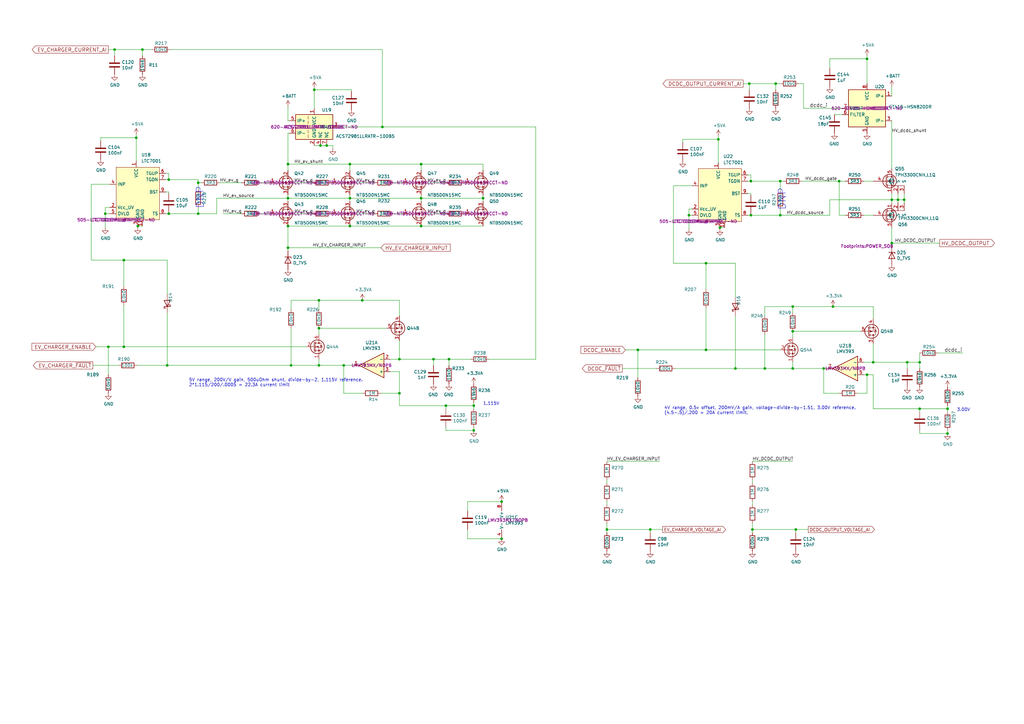
<source format=kicad_sch>
(kicad_sch (version 20250114) (generator "eeschema") (generator_version "9.0")
  (paper "A3")
  (text "5V range, 200V/V gain, 500uOhm shunt, divide-by-2, 1.115V reference.\n2*1.115/200/.0005 = 22.3A current limit" (at 77.47 158.75 0) (effects (font (size 1.27 1.27)) (justify left bottom)))
  (text "1.115V" (at 198.12 166.37 0) (effects (font (size 1.27 1.27)) (justify left bottom)))
  (text "DNP" (at 322.58 86.36 90) (effects (font (size 3 3)) (justify left bottom)))
  (text "3.00V" (at 392.43 168.91 0) (effects (font (size 1.27 1.27)) (justify left bottom)))
  (text "DNP" (at 83.82 85.725 90) (effects (font (size 3 3)) (justify left bottom)))
  (text "4V range, 0.5v offset, 200mV/A gain, voltage-divide-by-1.51, 3.00V reference.\n(4.5-.5)/.200 = 20A current limit." (at 272.415 170.18 0) (effects (font (size 1.27 1.27)) (justify left bottom)))
  (junction (at 58.42 20.32))
  (junction (at 344.17 74.295))
  (junction (at 133.985 59.69))
  (junction (at 308.61 217.17))
  (junction (at 198.12 81.28))
  (junction (at 130.81 149.86))
  (junction (at 50.8 106.68))
  (junction (at 118.11 92.71))
  (junction (at 163.83 161.29))
  (junction (at 248.92 217.17))
  (junction (at 337.82 151.13))
  (junction (at 172.72 81.28))
  (junction (at 325.12 125.73))
  (junction (at 388.62 177.8))
  (junction (at 194.31 176.53))
  (junction (at 266.7 217.17))
  (junction (at 326.39 217.17))
  (junction (at 143.51 92.71))
  (junction (at 282.575 88.265))
  (junction (at 313.69 151.13))
  (junction (at 355.6 153.67))
  (junction (at 182.88 166.37))
  (junction (at 301.625 151.13))
  (junction (at 320.04 88.265))
  (junction (at 69.215 73.66))
  (junction (at 320.04 74.295))
  (junction (at 294.64 57.15))
  (junction (at 55.88 56.515))
  (junction (at 56.515 92.71))
  (junction (at 81.28 87.63))
  (junction (at 143.51 67.31))
  (junction (at 318.135 34.29))
  (junction (at 172.72 67.31))
  (junction (at 377.19 148.59))
  (junction (at 205.74 220.98))
  (junction (at 156.845 52.07))
  (junction (at 130.81 123.19))
  (junction (at 130.81 134.62))
  (junction (at 81.28 74.93))
  (junction (at 148.59 123.19))
  (junction (at 44.45 142.24))
  (junction (at 307.975 88.265))
  (junction (at 365.76 81.915))
  (junction (at 118.11 101.6))
  (junction (at 118.11 81.28))
  (junction (at 355.6 24.13))
  (junction (at 68.58 149.86))
  (junction (at 307.975 74.295))
  (junction (at 69.215 87.63))
  (junction (at 163.83 147.32))
  (junction (at 370.84 81.915))
  (junction (at 388.62 167.64))
  (junction (at 325.12 151.13))
  (junction (at 205.74 205.74))
  (junction (at 172.72 92.71))
  (junction (at 289.56 143.51))
  (junction (at 194.31 166.37))
  (junction (at 46.99 20.32))
  (junction (at 184.15 147.32))
  (junction (at 368.3 81.915))
  (junction (at 372.11 148.59))
  (junction (at 325.12 135.89))
  (junction (at 43.18 87.63))
  (junction (at 261.62 143.51))
  (junction (at 289.56 107.95))
  (junction (at 128.905 36.83))
  (junction (at 341.63 125.73))
  (junction (at 295.275 93.345))
  (junction (at 50.8 142.24))
  (junction (at 131.445 59.69))
  (junction (at 119.38 149.86))
  (junction (at 365.76 99.695))
  (junction (at 143.51 81.28))
  (junction (at 118.11 67.31))
  (junction (at 177.8 147.32))
  (junction (at 307.34 34.29))
  (junction (at 140.97 149.86))
  (junction (at 377.19 167.64))
  (junction (at 358.14 148.59))
  (wire (pts (xy 69.215 86.995) (xy 69.215 87.63)))
  (wire (pts (xy 118.745 49.53) (xy 118.11 49.53)))
  (wire (pts (xy 308.61 205.74) (xy 308.61 207.01)))
  (wire (pts (xy 329.565 34.29) (xy 327.66 34.29)))
  (wire (pts (xy 344.17 161.29) (xy 337.82 161.29)))
  (wire (pts (xy 358.14 125.73) (xy 341.63 125.73)))
  (wire (pts (xy 289.56 107.95) (xy 276.225 107.95)))
  (wire (pts (xy 248.92 214.63) (xy 248.92 217.17)))
  (wire (pts (xy 160.02 147.32) (xy 163.83 147.32)))
  (wire (pts (xy 156.845 52.07) (xy 219.71 52.07)))
  (wire (pts (xy 140.97 161.29) (xy 140.97 149.86)))
  (wire (pts (xy 191.77 217.17) (xy 191.77 220.98)))
  (wire (pts (xy 130.81 149.86) (xy 140.97 149.86)))
  (wire (pts (xy 325.12 125.73) (xy 325.12 128.27)))
  (wire (pts (xy 355.6 22.86) (xy 355.6 24.13)))
  (wire (pts (xy 118.11 81.28) (xy 118.11 82.55)))
  (wire (pts (xy 365.76 49.53) (xy 365.76 69.215)))
  (wire (pts (xy 377.19 177.8) (xy 377.19 176.53)))
  (wire (pts (xy 118.11 80.01) (xy 118.11 81.28)))
  (wire (pts (xy 146.05 87.63) (xy 153.67 87.63)))
  (wire (pts (xy 355.6 24.13) (xy 355.6 34.29)))
  (wire (pts (xy 340.36 24.13) (xy 340.36 27.94)))
  (wire (pts (xy 198.12 81.28) (xy 198.12 82.55)))
  (wire (pts (xy 182.88 176.53) (xy 182.88 175.26)))
  (wire (pts (xy 182.88 166.37) (xy 163.83 166.37)))
  (wire (pts (xy 163.83 166.37) (xy 163.83 161.29)))
  (wire (pts (xy 118.11 101.6) (xy 156.21 101.6)))
  (wire (pts (xy 282.575 88.265) (xy 283.845 88.265)))
  (wire (pts (xy 140.97 149.86) (xy 144.78 149.86)))
  (wire (pts (xy 118.11 92.71) (xy 118.11 101.6)))
  (wire (pts (xy 320.04 88.265) (xy 307.975 88.265)))
  (wire (pts (xy 194.31 167.64) (xy 194.31 166.37)))
  (wire (pts (xy 69.215 79.375) (xy 69.215 78.74)))
  (wire (pts (xy 143.51 67.31) (xy 172.72 67.31)))
  (wire (pts (xy 55.88 56.515) (xy 55.88 66.04)))
  (wire (pts (xy 143.51 92.71) (xy 172.72 92.71)))
  (wire (pts (xy 358.14 153.67) (xy 355.6 153.67)))
  (wire (pts (xy 282.575 93.98) (xy 282.575 88.265)))
  (wire (pts (xy 276.86 151.13) (xy 301.625 151.13)))
  (wire (pts (xy 289.56 118.745) (xy 289.56 107.95)))
  (wire (pts (xy 172.72 80.01) (xy 172.72 81.28)))
  (wire (pts (xy 340.36 24.13) (xy 355.6 24.13)))
  (wire (pts (xy 143.51 80.01) (xy 143.51 81.28)))
  (wire (pts (xy 198.12 81.28) (xy 172.72 81.28)))
  (wire (pts (xy 69.85 20.32) (xy 156.845 20.32)))
  (wire (pts (xy 119.38 149.86) (xy 130.81 149.86)))
  (wire (pts (xy 331.47 217.17) (xy 326.39 217.17)))
  (wire (pts (xy 37.465 75.565) (xy 45.085 75.565)))
  (wire (pts (xy 282.575 88.265) (xy 282.575 85.725)))
  (wire (pts (xy 248.92 217.17) (xy 266.7 217.17)))
  (wire (pts (xy 320.04 34.29) (xy 318.135 34.29)))
  (wire (pts (xy 354.33 148.59) (xy 358.14 148.59)))
  (wire (pts (xy 50.8 142.24) (xy 125.73 142.24)))
  (wire (pts (xy 313.69 137.16) (xy 313.69 151.13)))
  (wire (pts (xy 377.19 144.78) (xy 377.19 148.59)))
  (wire (pts (xy 191.77 205.74) (xy 205.74 205.74)))
  (wire (pts (xy 308.61 214.63) (xy 308.61 217.17)))
  (wire (pts (xy 194.31 166.37) (xy 194.31 165.1)))
  (wire (pts (xy 307.34 34.29) (xy 307.34 36.83)))
  (wire (pts (xy 177.8 147.32) (xy 184.15 147.32)))
  (wire (pts (xy 340.36 81.915) (xy 365.76 81.915)))
  (wire (pts (xy 81.28 87.63) (xy 69.215 87.63)))
  (wire (pts (xy 388.62 168.91) (xy 388.62 167.64)))
  (wire (pts (xy 46.99 20.32) (xy 46.99 22.86)))
  (wire (pts (xy 294.64 55.88) (xy 294.64 57.15)))
  (wire (pts (xy 325.12 151.13) (xy 337.82 151.13)))
  (wire (pts (xy 143.51 81.28) (xy 118.11 81.28)))
  (wire (pts (xy 131.445 59.69) (xy 133.985 59.69)))
  (wire (pts (xy 81.28 87.63) (xy 81.28 85.09)))
  (wire (pts (xy 388.62 167.64) (xy 388.62 166.37)))
  (wire (pts (xy 344.17 74.295) (xy 328.93 74.295)))
  (wire (pts (xy 248.92 196.85) (xy 248.92 198.12)))
  (wire (pts (xy 261.62 143.51) (xy 261.62 154.94)))
  (wire (pts (xy 67.945 71.12) (xy 69.215 71.12)))
  (wire (pts (xy 41.275 57.785) (xy 41.275 56.515)))
  (wire (pts (xy 289.56 143.51) (xy 320.04 143.51)))
  (wire (pts (xy 43.18 87.63) (xy 45.085 87.63)))
  (wire (pts (xy 325.12 135.89) (xy 325.12 138.43)))
  (wire (pts (xy 119.38 123.19) (xy 130.81 123.19)))
  (wire (pts (xy 128.905 59.69) (xy 131.445 59.69)))
  (wire (pts (xy 377.19 168.91) (xy 377.19 167.64)))
  (wire (pts (xy 295.275 93.345) (xy 297.18 93.345)))
  (wire (pts (xy 355.6 161.29) (xy 351.79 161.29)))
  (wire (pts (xy 163.83 123.19) (xy 163.83 129.54)))
  (wire (pts (xy 45.085 85.09) (xy 43.18 85.09)))
  (wire (pts (xy 56.2447 149.86) (xy 68.58 149.86)))
  (wire (pts (xy 118.11 67.31) (xy 143.51 67.31)))
  (wire (pts (xy 276.225 107.95) (xy 276.225 76.2)))
  (wire (pts (xy 320.04 74.295) (xy 320.04 78.105)))
  (wire (pts (xy 148.59 123.19) (xy 130.81 123.19)))
  (wire (pts (xy 67.945 73.66) (xy 69.215 73.66)))
  (wire (pts (xy 295.275 93.98) (xy 295.275 93.345)))
  (wire (pts (xy 46.99 20.32) (xy 58.42 20.32)))
  (wire (pts (xy 130.81 123.19) (xy 130.81 127)))
  (wire (pts (xy 118.11 102.87) (xy 118.11 101.6)))
  (wire (pts (xy 318.135 34.29) (xy 318.135 36.83)))
  (wire (pts (xy 118.11 67.31) (xy 118.11 69.85)))
  (wire (pts (xy 172.72 67.31) (xy 198.12 67.31)))
  (wire (pts (xy 191.77 220.98) (xy 205.74 220.98)))
  (wire (pts (xy 370.84 79.375) (xy 370.84 81.915)))
  (wire (pts (xy 200.66 147.32) (xy 219.71 147.32)))
  (wire (pts (xy 358.14 74.295) (xy 354.33 74.295)))
  (wire (pts (xy 248.92 205.74) (xy 248.92 207.01)))
  (wire (pts (xy 88.9 81.28) (xy 88.9 87.63)))
  (wire (pts (xy 358.14 167.64) (xy 377.19 167.64)))
  (wire (pts (xy 56.515 93.345) (xy 56.515 92.71)))
  (wire (pts (xy 130.81 149.86) (xy 130.81 147.32)))
  (wire (pts (xy 133.985 59.69) (xy 136.525 59.69)))
  (wire (pts (xy 163.83 147.32) (xy 163.83 139.7)))
  (wire (pts (xy 175.26 87.63) (xy 182.88 87.63)))
  (wire (pts (xy 388.62 176.53) (xy 388.62 177.8)))
  (wire (pts (xy 355.6 153.67) (xy 354.33 153.67)))
  (wire (pts (xy 81.28 73.66) (xy 81.28 74.93)))
  (wire (pts (xy 172.72 92.71) (xy 198.12 92.71)))
  (wire (pts (xy 91.44 87.63) (xy 99.06 87.63)))
  (wire (pts (xy 156.845 20.32) (xy 156.845 52.07)))
  (wire (pts (xy 172.72 81.28) (xy 172.72 82.55)))
  (wire (pts (xy 301.625 121.92) (xy 301.625 107.95)))
  (wire (pts (xy 120.65 74.93) (xy 128.27 74.93)))
  (wire (pts (xy 82.55 74.93) (xy 81.28 74.93)))
  (wire (pts (xy 358.14 148.59) (xy 358.14 140.97)))
  (wire (pts (xy 337.82 151.13) (xy 339.09 151.13)))
  (wire (pts (xy 276.225 76.2) (xy 283.845 76.2)))
  (wire (pts (xy 340.36 88.265) (xy 340.36 81.915)))
  (wire (pts (xy 307.975 74.295) (xy 320.04 74.295)))
  (wire (pts (xy 68.58 106.68) (xy 50.8 106.68)))
  (wire (pts (xy 69.215 71.12) (xy 69.215 73.66)))
  (wire (pts (xy 358.14 125.73) (xy 358.14 130.81)))
  (wire (pts (xy 193.04 147.32) (xy 184.15 147.32)))
  (wire (pts (xy 320.04 88.265) (xy 340.36 88.265)))
  (wire (pts (xy 266.7 218.44) (xy 266.7 217.17)))
  (wire (pts (xy 394.97 144.78) (xy 384.81 144.78)))
  (wire (pts (xy 368.3 81.915) (xy 368.3 83.185)))
  (wire (pts (xy 130.81 134.62) (xy 130.81 137.16)))
  (wire (pts (xy 43.18 85.09) (xy 43.18 87.63)))
  (wire (pts (xy 120.65 87.63) (xy 128.27 87.63)))
  (wire (pts (xy 365.76 81.915) (xy 365.76 83.185)))
  (wire (pts (xy 194.31 175.26) (xy 194.31 176.53)))
  (wire (pts (xy 38.1 149.86) (xy 48.6247 149.86)))
  (wire (pts (xy 282.575 85.725) (xy 283.845 85.725)))
  (wire (pts (xy 139.065 52.07) (xy 156.845 52.07)))
  (wire (pts (xy 177.8 147.32) (xy 177.8 149.86)))
  (wire (pts (xy 50.8 117.475) (xy 50.8 106.68)))
  (wire (pts (xy 294.64 57.15) (xy 294.64 66.675)))
  (wire (pts (xy 128.905 36.195) (xy 128.905 36.83)))
  (wire (pts (xy 365.76 99.695) (xy 385.445 99.695)))
  (wire (pts (xy 365.76 81.915) (xy 368.3 81.915)))
  (wire (pts (xy 271.78 217.17) (xy 266.7 217.17)))
  (wire (pts (xy 306.705 79.375) (xy 307.975 79.375)))
  (wire (pts (xy 163.83 123.19) (xy 148.59 123.19)))
  (wire (pts (xy 261.62 143.51) (xy 289.56 143.51)))
  (wire (pts (xy 248.92 189.23) (xy 270.51 189.23)))
  (wire (pts (xy 58.42 20.32) (xy 58.42 22.86)))
  (wire (pts (xy 308.61 189.23) (xy 325.12 189.23)))
  (wire (pts (xy 365.76 93.345) (xy 365.76 99.695)))
  (wire (pts (xy 368.3 81.915) (xy 370.84 81.915)))
  (wire (pts (xy 88.9 81.28) (xy 118.11 81.28)))
  (wire (pts (xy 307.34 34.29) (xy 304.8 34.29)))
  (wire (pts (xy 321.31 74.295) (xy 320.04 74.295)))
  (wire (pts (xy 143.51 92.71) (xy 118.11 92.71)))
  (wire (pts (xy 301.625 129.54) (xy 301.625 151.13)))
  (wire (pts (xy 68.58 149.86) (xy 119.38 149.86)))
  (wire (pts (xy 50.8 106.68) (xy 37.465 106.68)))
  (wire (pts (xy 165.1 87.63) (xy 161.29 87.63)))
  (wire (pts (xy 44.45 142.24) (xy 44.45 153.67)))
  (wire (pts (xy 248.92 217.17) (xy 248.92 218.44)))
  (wire (pts (xy 55.88 55.245) (xy 55.88 56.515)))
  (wire (pts (xy 355.6 153.67) (xy 355.6 161.29)))
  (wire (pts (xy 130.81 134.62) (xy 158.75 134.62)))
  (wire (pts (xy 307.975 87.63) (xy 307.975 88.265)))
  (wire (pts (xy 344.17 88.265) (xy 346.71 88.265)))
  (wire (pts (xy 67.945 78.74) (xy 69.215 78.74)))
  (wire (pts (xy 289.56 126.365) (xy 289.56 143.51)))
  (wire (pts (xy 255.27 151.13) (xy 269.24 151.13)))
  (wire (pts (xy 68.58 128.27) (xy 68.58 149.86)))
  (wire (pts (xy 307.975 80.01) (xy 307.975 79.375)))
  (wire (pts (xy 377.19 177.8) (xy 388.62 177.8)))
  (wire (pts (xy 307.975 88.265) (xy 306.705 88.265)))
  (wire (pts (xy 358.14 167.64) (xy 358.14 153.67)))
  (wire (pts (xy 256.54 143.51) (xy 261.62 143.51)))
  (wire (pts (xy 308.61 217.17) (xy 326.39 217.17)))
  (wire (pts (xy 163.83 147.32) (xy 177.8 147.32)))
  (wire (pts (xy 81.28 77.47) (xy 81.28 74.93)))
  (wire (pts (xy 110.49 87.63) (xy 106.68 87.63)))
  (wire (pts (xy 46.99 20.32) (xy 44.45 20.32)))
  (wire (pts (xy 365.76 35.56) (xy 365.76 39.37)))
  (wire (pts (xy 37.465 106.68) (xy 37.465 75.565)))
  (wire (pts (xy 198.12 67.31) (xy 198.12 69.85)))
  (wire (pts (xy 306.705 74.295) (xy 307.975 74.295)))
  (wire (pts (xy 50.8 125.095) (xy 50.8 142.24)))
  (wire (pts (xy 377.19 167.64) (xy 388.62 167.64)))
  (wire (pts (xy 182.88 176.53) (xy 194.31 176.53)))
  (wire (pts (xy 198.12 80.01) (xy 198.12 81.28)))
  (wire (pts (xy 320.04 88.265) (xy 320.04 85.725)))
  (wire (pts (xy 172.72 81.28) (xy 143.51 81.28)))
  (wire (pts (xy 68.58 120.65) (xy 68.58 106.68)))
  (wire (pts (xy 358.14 148.59) (xy 372.11 148.59)))
  (wire (pts (xy 372.11 148.59) (xy 372.11 151.13)))
  (wire (pts (xy 365.76 100.965) (xy 365.76 99.695)))
  (wire (pts (xy 313.69 151.13) (xy 325.12 151.13)))
  (wire (pts (xy 43.18 87.63) (xy 43.18 93.345)))
  (wire (pts (xy 358.14 88.265) (xy 354.33 88.265)))
  (wire (pts (xy 143.51 81.28) (xy 143.51 82.55)))
  (wire (pts (xy 128.905 36.83) (xy 128.905 44.45)))
  (wire (pts (xy 128.905 36.83) (xy 144.145 36.83)))
  (wire (pts (xy 165.1 74.93) (xy 161.29 74.93)))
  (wire (pts (xy 301.625 151.13) (xy 313.69 151.13)))
  (wire (pts (xy 326.39 218.44) (xy 326.39 217.17)))
  (wire (pts (xy 172.72 67.31) (xy 172.72 69.85)))
  (wire (pts (xy 342.265 46.99) (xy 345.44 46.99)))
  (wire (pts (xy 44.45 142.24) (xy 50.8 142.24)))
  (wire (pts (xy 346.71 74.295) (xy 344.17 74.295)))
  (wire (pts (xy 163.83 161.29) (xy 163.83 152.4)))
  (wire (pts (xy 318.135 34.29) (xy 307.34 34.29)))
  (wire (pts (xy 329.565 44.45) (xy 329.565 34.29)))
  (wire (pts (xy 365.76 79.375) (xy 365.76 81.915)))
  (wire (pts (xy 184.15 149.86) (xy 184.15 147.32)))
  (wire (pts (xy 194.31 166.37) (xy 182.88 166.37)))
  (wire (pts (xy 182.88 167.64) (xy 182.88 166.37)))
  (wire (pts (xy 344.17 74.295) (xy 344.17 88.265)))
  (wire (pts (xy 307.975 71.755) (xy 307.975 74.295)))
  (wire (pts (xy 325.12 151.13) (xy 325.12 148.59)))
  (wire (pts (xy 377.19 148.59) (xy 372.11 148.59)))
  (wire (pts (xy 153.67 74.93) (xy 146.05 74.93)))
  (wire (pts (xy 110.49 74.93) (xy 106.68 74.93)))
  (wire (pts (xy 156.21 161.29) (xy 163.83 161.29)))
  (wire (pts (xy 219.71 52.07) (xy 219.71 147.32)))
  (wire (pts (xy 368.3 79.375) (xy 368.3 81.915)))
  (wire (pts (xy 280.035 57.15) (xy 294.64 57.15)))
  (wire (pts (xy 41.275 56.515) (xy 55.88 56.515)))
  (wire (pts (xy 90.17 74.93) (xy 99.06 74.93)))
  (wire (pts (xy 313.69 125.73) (xy 325.12 125.73)))
  (wire (pts (xy 88.9 87.63) (xy 81.28 87.63)))
  (wire (pts (xy 58.42 92.71) (xy 56.515 92.71)))
  (wire (pts (xy 39.37 142.24) (xy 44.45 142.24)))
  (wire (pts (xy 301.625 107.95) (xy 289.56 107.95)))
  (wire (pts (xy 118.11 54.61) (xy 118.745 54.61)))
  (wire (pts (xy 163.83 152.4) (xy 160.02 152.4)))
  (wire (pts (xy 148.59 161.29) (xy 140.97 161.29)))
  (wire (pts (xy 377.19 151.13) (xy 377.19 148.59)))
  (wire (pts (xy 329.565 44.45) (xy 345.44 44.45)))
  (wire (pts (xy 118.11 43.815) (xy 118.11 49.53)))
  (wire (pts (xy 119.38 134.62) (xy 119.38 149.86)))
  (wire (pts (xy 119.38 127) (xy 119.38 123.19)))
  (wire (pts (xy 118.11 54.61) (xy 118.11 67.31)))
  (wire (pts (xy 313.69 129.54) (xy 313.69 125.73)))
  (wire (pts (xy 144.145 36.83) (xy 144.145 37.465)))
  (wire (pts (xy 337.82 161.29) (xy 337.82 151.13)))
  (wire (pts (xy 308.61 217.17) (xy 308.61 218.44)))
  (wire (pts (xy 370.84 81.915) (xy 370.84 83.185)))
  (wire (pts (xy 143.51 67.31) (xy 143.51 69.85)))
  (wire (pts (xy 58.42 20.32) (xy 62.23 20.32)))
  (wire (pts (xy 341.63 125.73) (xy 325.12 125.73)))
  (wire (pts (xy 325.12 135.89) (xy 353.06 135.89)))
  (wire (pts (xy 306.705 71.755) (xy 307.975 71.755)))
  (wire (pts (xy 69.215 87.63) (xy 67.945 87.63)))
  (wire (pts (xy 136.525 60.96) (xy 136.525 59.69)))
  (wire (pts (xy 280.035 58.42) (xy 280.035 57.15)))
  (wire (pts (xy 69.215 73.66) (xy 81.28 73.66)))
  (wire (pts (xy 191.77 209.55) (xy 191.77 205.74)))
  (wire (pts (xy 175.26 74.93) (xy 182.88 74.93)))
  (wire (pts (xy 308.61 196.85) (xy 308.61 198.12)))
  (label "HV_ev_g" (at 146.05 87.63 0))
  (label "HV_ev_g" (at 175.26 74.93 0))
  (label "HV_dcdc_gate" (at 330.2 74.295 0))
  (label "HV_ev_shunt" (at 120.65 67.31 0))
  (label "HV_dcdc_source" (at 322.58 88.265 0))
  (label "HV_ev_g" (at 175.26 87.63 0))
  (label "HV_ev_g" (at 90.17 74.93 0))
  (label "HV_ev_g" (at 91.44 87.63 0))
  (label "HV_EV_CHARGER_INPUT" (at 128.27 101.6 0))
  (label "HV_ev_source" (at 91.44 81.28 0))
  (label "HV_ev_g" (at 146.05 74.93 0))
  (label "dcdc_i" (at 387.35 144.78 0) (effects (font (size 1.4986 1.4986))))
  (label "HV_dcdc_shunt" (at 365.76 54.61 0))
  (label "dcdc_i" (at 332.105 44.45 0) (effects (font (size 1.4986 1.4986))))
  (label "HV_DCDC_OUTPUT" (at 308.61 189.23 0))
  (label "HV_ev_g" (at 120.65 87.63 0))
  (label "HV_ev_g" (at 120.65 74.93 0))
  (label "HV_EV_CHARGER_INPUT" (at 248.92 189.23 0))
  (label "HV_DCDC_OUTPUT" (at 367.03 99.695 0))
  (global_label "HV_EV_CHARGER_INPUT" (shape input) (at 156.21 101.6 0) (effects (font (size 1.4986 1.4986))) (property "Intersheetrefs" "${INTERSHEET_REFS}" (effects (hide yes))))
  (global_label "EV_CHARGER_CURRENT_AI" (shape output) (at 44.45 20.32 180) (effects (font (size 1.4986 1.4986))) (property "Intersheetrefs" "${INTERSHEET_REFS}" (effects (hide yes))))
  (global_label "HV_DCDC_OUTPUT" (shape output) (at 385.445 99.695 0) (effects (font (size 1.4986 1.4986))) (property "Intersheetrefs" "${INTERSHEET_REFS}" (effects (hide yes))))
  (global_label "DCDC_ENABLE" (shape input) (at 256.54 143.51 180) (effects (font (size 1.4986 1.4986))) (property "Intersheetrefs" "${INTERSHEET_REFS}" (effects (hide yes))))
  (global_label "DCDC_OUTPUT_VOLTAGE_AI" (shape output) (at 331.47 217.17 0) (property "Intersheetrefs" "${INTERSHEET_REFS}" (effects (hide yes))))
  (global_label "EV_CHARGER_ENABLE" (shape input) (at 39.37 142.24 180) (effects (font (size 1.4986 1.4986))) (property "Intersheetrefs" "${INTERSHEET_REFS}" (effects (hide yes))))
  (global_label "DCDC_~{FAULT}" (shape output) (at 255.27 151.13 180) (effects (font (size 1.4986 1.4986))) (property "Intersheetrefs" "${INTERSHEET_REFS}" (effects (hide yes))))
  (global_label "DCDC_OUTPUT_CURRENT_AI" (shape output) (at 304.8 34.29 180) (effects (font (size 1.4986 1.4986))) (property "Intersheetrefs" "${INTERSHEET_REFS}" (effects (hide yes))))
  (global_label "EV_CHARGER_VOLTAGE_AI" (shape output) (at 271.78 217.17 0) (property "Intersheetrefs" "${INTERSHEET_REFS}" (effects (hide yes))))
  (global_label "EV_CHARGER_~{FAULT}" (shape output) (at 38.1 149.86 180) (effects (font (size 1.4986 1.4986))) (property "Intersheetrefs" "${INTERSHEET_REFS}" (effects (hide yes))))
  (symbol (lib_id "power:+BATT") (at 118.11 43.815 0) (unit 1)
    (property "Reference" "#PWR0218" (effects (hide yes)))
    (property "Value" "+BATT" (at 118.491 39.4208 0))
  )
  (symbol (lib_id "Device:Q_NMOS_GDS") (at 115.57 87.63 0) (mirror x) (unit 1)
    (property "Reference" "Q43" (at 120.65 83.82 0) (effects (justify left)))
    (property "Value" "NTB5D0N15MC" (at 120.65 91.44 0) (effects (justify left)))
    (property "Footprint" "Package_TO_SOT_SMD:TO-263-2" (effects (hide yes)))
    (property "Datasheet" "https://www.mouser.com/datasheet/2/308/1/NTB5D0N15MC_D-2318612.pdf" (effects (hide yes)))
    (property "Part Number" "NTB5D0N15MC" (effects (hide yes)))
    (property "MPN" "NTB5D0N15MC" (effects (hide yes)))
    (property "Mouser_PN" "863-NTB5D0N15MC" (effects (hide yes)))
    (property "Digikey_PN" "488-NTB5D0N15MCCT-ND" (at 115.57 87.63 0))
  )
  (symbol (lib_id "Device:R") (at 102.87 74.93 90) (unit 1)
    (property "Reference" "R221" (at 102.87 72.39 90))
    (property "Value" "3R3" (at 102.87 74.93 90))
    (property "Footprint" "Resistor_SMD:R_0603_1608Metric" (effects (hide yes)))
    (property "Datasheet" "https://fscdn.rohm.com/en/products/databook/datasheet/passive/resistor/chip_resistor/esr-e.pdf" (effects (hide yes)))
    (property "MPN" "ESR03EZPJ3R3" (effects (hide yes)))
    (property "Part Number" "ESR03EZPJ3R3" (effects (hide yes)))
    (property "Digikey_PN" "RHM303DCT-ND" (effects (hide yes)))
  )
  (symbol (lib_id "Device:R") (at 102.87 87.63 90) (unit 1)
    (property "Reference" "R222" (at 102.87 85.09 90))
    (property "Value" "3R3" (at 102.87 87.63 90))
    (property "Footprint" "Resistor_SMD:R_0603_1608Metric" (effects (hide yes)))
    (property "Datasheet" "https://fscdn.rohm.com/en/products/databook/datasheet/passive/resistor/chip_resistor/esr-e.pdf" (effects (hide yes)))
    (property "MPN" "ESR03EZPJ3R3" (effects (hide yes)))
    (property "Part Number" "ESR03EZPJ3R3" (effects (hide yes)))
    (property "Digikey_PN" "RHM303DCT-ND" (effects (hide yes)))
  )
  (symbol (lib_id "Device:R") (at 86.36 74.93 90) (unit 1)
    (property "Reference" "R220" (at 86.36 72.39 90))
    (property "Value" "3R3" (at 86.36 74.93 90))
    (property "Footprint" "Resistor_SMD:R_0603_1608Metric" (effects (hide yes)))
    (property "Datasheet" "https://fscdn.rohm.com/en/products/databook/datasheet/passive/resistor/chip_resistor/esr-e.pdf" (effects (hide yes)))
    (property "MPN" "ESR03EZPJ3R3" (effects (hide yes)))
    (property "Part Number" "ESR03EZPJ3R3" (effects (hide yes)))
    (property "Digikey_PN" "RHM303DCT-ND" (effects (hide yes)))
  )
  (symbol (lib_id "Device:R") (at 184.15 153.67 0) (mirror x) (unit 1)
    (property "Reference" "R233" (at 187.96 151.13 0))
    (property "Value" "10k0" (at 184.15 153.67 90))
    (property "Footprint" "Resistor_SMD:R_0603_1608Metric" (effects (hide yes)))
    (property "Datasheet" "http://www.yageo.com/NewPortal/yageodocoutput?fileName=/pdf/R-Chip/PYu-AC_51_RoHS_L_6.pdf" (effects (hide yes)))
    (property "MPN" "AC0603FR-0710KL" (effects (hide yes)))
    (property "Part Number" "AC0603FR-0710KL" (effects (hide yes)))
    (property "Digikey_PN" "311-10KLDCT-ND" (effects (hide yes)))
  )
  (symbol (lib_id "power:GND") (at 377.19 158.75 0) (mirror y) (unit 1)
    (property "Reference" "#PWR0245" (effects (hide yes)))
    (property "Value" "GND" (at 377.063 163.1442 0))
  )
  (symbol (lib_id "Device:R") (at 66.04 20.32 90) (unit 1)
    (property "Reference" "R217" (at 66.04 17.78 90))
    (property "Value" "10k0" (at 66.04 20.32 90))
    (property "Footprint" "Resistor_SMD:R_0603_1608Metric" (effects (hide yes)))
    (property "Datasheet" "http://www.yageo.com/NewPortal/yageodocoutput?fileName=/pdf/R-Chip/PYu-AC_51_RoHS_L_6.pdf" (effects (hide yes)))
    (property "Digikey_PN" "311-10KLDCT-ND" (effects (hide yes)))
    (property "MPN" "AC0603FR-0710KL" (effects (hide yes)))
    (property "Part Number" "AC0603FR-0710KL" (effects (hide yes)))
  )
  (symbol (lib_id "Device:C") (at 46.99 26.67 0) (unit 1)
    (property "Reference" "C120" (at 49.911 25.5016 0) (effects (justify left)))
    (property "Value" "10nF" (at 49.911 27.813 0) (effects (justify left)))
    (property "Footprint" "Capacitor_SMD:C_0603_1608Metric" (effects (hide yes)))
    (property "MPN" "GCM188R72A103KA37D" (effects (hide yes)))
    (property "Part Number" "GCM188R72A103KA37D" (effects (hide yes)))
    (property "Digikey_PN" "490-4781-1-ND" (effects (hide yes)))
  )
  (symbol (lib_id "power:GND") (at 46.99 30.48 0) (unit 1)
    (property "Reference" "#PWR060" (effects (hide yes)))
    (property "Value" "GND" (at 47.117 34.8742 0))
  )
  (symbol (lib_id "power:GND") (at 184.15 157.48 0) (mirror y) (unit 1)
    (property "Reference" "#PWR0227" (effects (hide yes)))
    (property "Value" "GND" (at 184.023 161.8742 0))
  )
  (symbol (lib_id "ICs:Q_NMOS_SSSGD") (at 350.52 64.135 0) (unit 1)
    (property "Reference" "Q55" (at 367.03 69.215 0) (effects (justify left)))
    (property "Value" "TPH3300CNH,L1Q" (at 367.03 71.755 0) (effects (justify left)))
    (property "Footprint" "Footprints:POWER_SO8" (effects (hide yes)))
    (property "Datasheet" "file:///C:/Users/kidhttps://www.mouser.com/datasheet/2/408/TPH3300CNH_datasheet_en_20140225-1916190.pdf" (effects (hide yes)))
    (property "Part Number" "TPH3300CNH,L1Q" (effects (hide yes)))
    (property "MPN" "TPH3300CNH,L1Q" (effects (hide yes)))
    (property "Digikey_PN" "TPH3300CNHL1QCT-ND" (effects (hide yes)))
  )
  (symbol (lib_id "power:+BATT") (at 365.76 35.56 0) (unit 1)
    (property "Reference" "#PWR0242" (effects (hide yes)))
    (property "Value" "+BATT" (at 366.141 31.1658 0))
  )
  (symbol (lib_id "Device:R") (at 350.52 74.295 90) (unit 1)
    (property "Reference" "R250" (at 350.52 71.755 90))
    (property "Value" "3R3" (at 350.52 74.295 90))
    (property "Footprint" "Resistor_SMD:R_0603_1608Metric" (effects (hide yes)))
    (property "Datasheet" "https://fscdn.rohm.com/en/products/databook/datasheet/passive/resistor/chip_resistor/esr-e.pdf" (effects (hide yes)))
    (property "MPN" "ESR03EZPJ3R3" (effects (hide yes)))
    (property "Part Number" "ESR03EZPJ3R3" (effects (hide yes)))
    (property "Digikey_PN" "RHM303DCT-ND" (effects (hide yes)))
  )
  (symbol (lib_id "Device:R") (at 350.52 88.265 90) (unit 1)
    (property "Reference" "R251" (at 350.52 85.725 90))
    (property "Value" "3R3" (at 350.52 88.265 90))
    (property "Footprint" "Resistor_SMD:R_0603_1608Metric" (effects (hide yes)))
    (property "Datasheet" "https://fscdn.rohm.com/en/products/databook/datasheet/passive/resistor/chip_resistor/esr-e.pdf" (effects (hide yes)))
    (property "MPN" "ESR03EZPJ3R3" (effects (hide yes)))
    (property "Part Number" "ESR03EZPJ3R3" (effects (hide yes)))
    (property "Digikey_PN" "RHM303DCT-ND" (effects (hide yes)))
  )
  (symbol (lib_id "power:GND") (at 355.6 54.61 0) (unit 1)
    (property "Reference" "#PWR0241" (effects (hide yes)))
    (property "Value" "GND" (at 355.727 59.0042 0))
  )
  (symbol (lib_id "Device:C") (at 307.34 40.64 0) (unit 1)
    (property "Reference" "C132" (at 310.261 39.4716 0) (effects (justify left)))
    (property "Value" "10nF" (at 310.261 41.783 0) (effects (justify left)))
    (property "Footprint" "Capacitor_SMD:C_0603_1608Metric" (effects (hide yes)))
    (property "MPN" "GCM188R72A103KA37D" (effects (hide yes)))
    (property "Part Number" "GCM188R72A103KA37D" (effects (hide yes)))
    (property "Digikey_PN" "490-4781-1-ND" (effects (hide yes)))
  )
  (symbol (lib_id "power:GND") (at 307.34 44.45 0) (unit 1)
    (property "Reference" "#PWR0236" (effects (hide yes)))
    (property "Value" "GND" (at 307.467 48.8442 0))
  )
  (symbol (lib_id "Device:Q_NMOS_GDS") (at 115.57 74.93 0) (unit 1)
    (property "Reference" "Q42" (at 120.65 71.12 0) (effects (justify left)))
    (property "Value" "NTB5D0N15MC" (at 120.65 80.01 0) (effects (justify left)))
    (property "Footprint" "Package_TO_SOT_SMD:TO-263-2" (effects (hide yes)))
    (property "Datasheet" "https://www.mouser.com/datasheet/2/308/1/NTB5D0N15MC_D-2318612.pdf" (effects (hide yes)))
    (property "Part Number" "NTB5D0N15MC" (effects (hide yes)))
    (property "MPN" "NTB5D0N15MC" (effects (hide yes)))
    (property "Mouser_PN" "863-NTB5D0N15MC" (effects (hide yes)))
    (property "Digikey_PN" "488-NTB5D0N15MCCT-ND" (at 115.57 74.93 0))
  )
  (symbol (lib_id "Device:Q_NMOS_GDS") (at 140.97 74.93 0) (unit 1)
    (property "Reference" "Q45" (at 146.05 71.12 0) (effects (justify left)))
    (property "Value" "NTB5D0N15MC" (at 146.05 80.01 0) (effects (justify left)))
    (property "Footprint" "Package_TO_SOT_SMD:TO-263-2" (effects (hide yes)))
    (property "Datasheet" "https://www.mouser.com/datasheet/2/308/1/NTB5D0N15MC_D-2318612.pdf" (effects (hide yes)))
    (property "Part Number" "NTB5D0N15MC" (effects (hide yes)))
    (property "MPN" "NTB5D0N15MC" (effects (hide yes)))
    (property "Mouser_PN" "863-NTB5D0N15MC" (effects (hide yes)))
    (property "Digikey_PN" "488-NTB5D0N15MCCT-ND" (at 140.97 74.93 0))
  )
  (symbol (lib_id "Device:Q_NMOS_GDS") (at 140.97 87.63 0) (mirror x) (unit 1)
    (property "Reference" "Q46" (at 146.05 82.55 0) (effects (justify left)))
    (property "Value" "NTB5D0N15MC" (at 146.05 91.44 0) (effects (justify left)))
    (property "Footprint" "Package_TO_SOT_SMD:TO-263-2" (effects (hide yes)))
    (property "Datasheet" "https://www.mouser.com/datasheet/2/308/1/NTB5D0N15MC_D-2318612.pdf" (effects (hide yes)))
    (property "Part Number" "NTB5D0N15MC" (effects (hide yes)))
    (property "MPN" "NTB5D0N15MC" (effects (hide yes)))
    (property "Mouser_PN" "863-NTB5D0N15MC" (effects (hide yes)))
    (property "Digikey_PN" "488-NTB5D0N15MCCT-ND" (at 140.97 87.63 0))
  )
  (symbol (lib_id "Device:R") (at 132.08 74.93 90) (unit 1)
    (property "Reference" "R227" (at 132.08 72.39 90))
    (property "Value" "3R3" (at 132.08 74.93 90))
    (property "Footprint" "Resistor_SMD:R_0603_1608Metric" (effects (hide yes)))
    (property "Datasheet" "https://fscdn.rohm.com/en/products/databook/datasheet/passive/resistor/chip_resistor/esr-e.pdf" (effects (hide yes)))
    (property "MPN" "ESR03EZPJ3R3" (effects (hide yes)))
    (property "Part Number" "ESR03EZPJ3R3" (effects (hide yes)))
    (property "Digikey_PN" "RHM303DCT-ND" (effects (hide yes)))
  )
  (symbol (lib_id "Device:R") (at 132.08 87.63 90) (unit 1)
    (property "Reference" "R228" (at 132.08 85.09 90))
    (property "Value" "3R3" (at 132.08 87.63 90))
    (property "Footprint" "Resistor_SMD:R_0603_1608Metric" (effects (hide yes)))
    (property "Datasheet" "https://fscdn.rohm.com/en/products/databook/datasheet/passive/resistor/chip_resistor/esr-e.pdf" (effects (hide yes)))
    (property "MPN" "ESR03EZPJ3R3" (effects (hide yes)))
    (property "Part Number" "ESR03EZPJ3R3" (effects (hide yes)))
    (property "Digikey_PN" "RHM303DCT-ND" (effects (hide yes)))
  )
  (symbol (lib_id "power:GND") (at 340.36 35.56 0) (unit 1)
    (property "Reference" "#PWR0238" (effects (hide yes)))
    (property "Value" "GND" (at 340.487 39.9542 0))
  )
  (symbol (lib_id "Device:C") (at 144.145 41.275 0) (mirror y) (unit 1)
    (property "Reference" "C127" (at 141.224 40.1066 0) (effects (justify left)))
    (property "Value" "10nF" (at 141.224 42.418 0) (effects (justify left)))
    (property "Footprint" "Capacitor_SMD:C_0603_1608Metric" (effects (hide yes)))
    (property "MPN" "GCM188R72A103KA37D" (effects (hide yes)))
    (property "Part Number" "GCM188R72A103KA37D" (effects (hide yes)))
    (property "Digikey_PN" "490-4781-1-ND" (effects (hide yes)))
  )
  (symbol (lib_id "power:GND") (at 144.145 45.085 0) (unit 1)
    (property "Reference" "#PWR0222" (effects (hide yes)))
    (property "Value" "GND" (at 144.272 49.4792 0))
  )
  (symbol (lib_id "Device:R") (at 194.31 161.29 0) (unit 1)
    (property "Reference" "R236" (at 196.088 160.1216 0) (effects (justify left)))
    (property "Value" "19k6" (at 194.31 163.83 90) (effects (justify left)))
    (property "Footprint" "Resistor_SMD:R_0603_1608Metric" (effects (hide yes)))
    (property "Datasheet" "https://www.seielect.com/catalog/sei-rmcf_rmcp.pdf" (effects (hide yes)))
    (property "Digikey_PN" "RMCF0603FT19K6CT-ND" (effects (hide yes)))
    (property "MPN" "RMCF0603FT19K6" (effects (hide yes)))
    (property "Part Number" "RMCF0603FT19K6" (effects (hide yes)))
  )
  (symbol (lib_id "Device:R") (at 194.31 171.45 0) (unit 1)
    (property "Reference" "R237" (at 196.088 170.2816 0) (effects (justify left)))
    (property "Value" "10k0" (at 194.31 173.99 90) (effects (justify left)))
    (property "Footprint" "Resistor_SMD:R_0603_1608Metric" (effects (hide yes)))
    (property "Datasheet" "http://www.yageo.com/NewPortal/yageodocoutput?fileName=/pdf/R-Chip/PYu-AC_51_RoHS_L_6.pdf" (effects (hide yes)))
    (property "Digikey_PN" "311-10KLDCT-ND" (effects (hide yes)))
    (property "MPN" "AC0603FR-0710KL" (effects (hide yes)))
    (property "Part Number" "AC0603FR-0710KL" (effects (hide yes)))
  )
  (symbol (lib_id "Device:R") (at 248.92 210.82 180) (unit 1)
    (property "Reference" "R272" (at 250.698 209.6516 0) (effects (justify right)))
    (property "Value" "1M" (at 248.92 212.09 90) (effects (justify right)))
    (property "Footprint" "Resistor_SMD:R_0603_1608Metric" (effects (hide yes)))
    (property "Datasheet" "http://www.yageo.com/NewPortal/yageodocoutput?fileName=/pdf/R-Chip/PYu-AC_51_RoHS_L_6.pdf" (effects (hide yes)))
    (property "MPN" "AC0603FR-071ML" (effects (hide yes)))
    (property "Part Number" "AC0603FR-071ML" (effects (hide yes)))
    (property "Digikey_PN" "311-1MLDCT-ND" (effects (hide yes)))
  )
  (symbol (lib_id "Device:R") (at 248.92 222.25 180) (unit 1)
    (property "Reference" "R273" (at 250.698 221.0816 0) (effects (justify right)))
    (property "Value" "100k" (at 248.92 224.79 90) (effects (justify right)))
    (property "Footprint" "Resistor_SMD:R_0603_1608Metric" (effects (hide yes)))
    (property "Datasheet" "https://www.seielect.com/catalog/sei-rmcf_rmcp.pdf" (effects (hide yes)))
    (property "MPN" "RMCF0603FT100K" (effects (hide yes)))
    (property "Part Number" "RMCF0603FT100K" (effects (hide yes)))
    (property "Digikey_PN" "RMCF0603FT100KCT-ND" (effects (hide yes)))
  )
  (symbol (lib_id "power:GND") (at 248.92 226.06 0) (unit 1)
    (property "Reference" "#PWR033" (effects (hide yes)))
    (property "Value" "GND" (at 249.047 230.4542 0))
  )
  (symbol (lib_id "Device:C") (at 266.7 222.25 0) (unit 1)
    (property "Reference" "C98" (at 269.621 221.0816 0) (effects (justify left)))
    (property "Value" "10nF" (at 269.621 223.393 0) (effects (justify left)))
    (property "Footprint" "Capacitor_SMD:C_0603_1608Metric" (effects (hide yes)))
    (property "MPN" "GCM188R72A103KA37D" (effects (hide yes)))
    (property "Part Number" "GCM188R72A103KA37D" (effects (hide yes)))
    (property "Digikey_PN" "490-4781-1-ND" (effects (hide yes)))
  )
  (symbol (lib_id "power:GND") (at 266.7 226.06 0) (unit 1)
    (property "Reference" "#PWR065" (effects (hide yes)))
    (property "Value" "GND" (at 266.827 230.4542 0))
  )
  (symbol (lib_id "Device:R") (at 248.92 201.93 180) (unit 1)
    (property "Reference" "R271" (at 250.698 200.7616 0) (effects (justify right)))
    (property "Value" "1M" (at 248.92 203.2 90) (effects (justify right)))
    (property "Footprint" "Resistor_SMD:R_0603_1608Metric" (effects (hide yes)))
    (property "Datasheet" "http://www.yageo.com/NewPortal/yageodocoutput?fileName=/pdf/R-Chip/PYu-AC_51_RoHS_L_6.pdf" (effects (hide yes)))
    (property "MPN" "AC0603FR-071ML" (effects (hide yes)))
    (property "Part Number" "AC0603FR-071ML" (effects (hide yes)))
    (property "Digikey_PN" "311-1MLDCT-ND" (effects (hide yes)))
  )
  (symbol (lib_id "power:GND") (at 194.31 176.53 0) (unit 1)
    (property "Reference" "#PWR0229" (effects (hide yes)))
    (property "Value" "GND" (at 194.437 180.9242 0))
  )
  (symbol (lib_id "Device:C") (at 182.88 171.45 0) (unit 1)
    (property "Reference" "C130" (at 185.801 170.2816 0) (effects (justify left)))
    (property "Value" "100nF" (at 185.801 172.593 0) (effects (justify left)))
    (property "Footprint" "Capacitor_SMD:C_0603_1608Metric" (effects (hide yes)))
    (property "Datasheet" "http://psearch.en.murata.com/capacitor/product/GCM188R71H104KA57%23.pdf" (effects (hide yes)))
    (property "MPN" "GCM188R71H104KA57D" (effects (hide yes)))
    (property "Part Number" "GCM188R71H104KA57D" (effects (hide yes)))
    (property "Digikey_PN" "490-4779-1-ND" (effects (hide yes)))
  )
  (symbol (lib_id "Device:R") (at 248.92 193.04 180) (unit 1)
    (property "Reference" "R270" (at 250.698 191.8716 0) (effects (justify right)))
    (property "Value" "1M" (at 248.92 194.31 90) (effects (justify right)))
    (property "Footprint" "Resistor_SMD:R_0603_1608Metric" (effects (hide yes)))
    (property "Datasheet" "http://www.yageo.com/NewPortal/yageodocoutput?fileName=/pdf/R-Chip/PYu-AC_51_RoHS_L_6.pdf" (effects (hide yes)))
    (property "MPN" "AC0603FR-071ML" (effects (hide yes)))
    (property "Part Number" "AC0603FR-071ML" (effects (hide yes)))
    (property "Digikey_PN" "311-1MLDCT-ND" (effects (hide yes)))
  )
  (symbol (lib_id "ICs:Q_NMOS_SSSGD") (at 350.52 98.425 0) (mirror x) (unit 1)
    (property "Reference" "Q56" (at 368.3 92.075 0) (effects (justify left)))
    (property "Value" "TPH3300CNH,L1Q" (at 368.3 89.535 0) (effects (justify left)))
    (property "Footprint" "Footprints:POWER_SO8" (at 355.6 100.965 0))
    (property "Datasheet" "https://www.mouser.com/datasheet/2/408/TPH3300CNH_datasheet_en_20140225-1916190.pdf" (effects (hide yes)))
    (property "Part Number" "TPH3300CNH,L1Q" (effects (hide yes)))
    (property "MPN" "TPH3300CNH,L1Q" (effects (hide yes)))
    (property "Digikey_PN" "TPH3300CNHL1QCT-ND" (effects (hide yes)))
  )
  (symbol (lib_id "Device:R") (at 196.85 147.32 270) (mirror x) (unit 1)
    (property "Reference" "R238" (at 196.85 144.78 90))
    (property "Value" "10k0" (at 196.85 147.32 90))
    (property "Footprint" "Resistor_SMD:R_0603_1608Metric" (effects (hide yes)))
    (property "Datasheet" "http://www.yageo.com/NewPortal/yageodocoutput?fileName=/pdf/R-Chip/PYu-AC_51_RoHS_L_6.pdf" (effects (hide yes)))
    (property "MPN" "AC0603FR-0710KL" (effects (hide yes)))
    (property "Part Number" "AC0603FR-0710KL" (effects (hide yes)))
    (property "Digikey_PN" "311-10KLDCT-ND" (effects (hide yes)))
  )
  (symbol (lib_id "Device:C") (at 177.8 153.67 0) (mirror y) (unit 1)
    (property "Reference" "C129" (at 174.879 152.5016 0) (effects (justify left)))
    (property "Value" "1nF" (at 174.879 154.813 0) (effects (justify left)))
    (property "Footprint" "Capacitor_SMD:C_0603_1608Metric" (effects (hide yes)))
    (property "Datasheet" "https://product.tdk.com/system/files/dam/doc/product/capacitor/ceramic/mlcc/catalog/mlcc_automotive_general_en.pdf" (effects (hide yes)))
    (property "MPN" "CGA3E2X7R1H102K080AA" (effects (hide yes)))
    (property "Part Number" "CGA3E2X7R1H102K080AA" (effects (hide yes)))
    (property "Digikey_PN" "445-5659-1-ND" (effects (hide yes)))
  )
  (symbol (lib_id "power:GND") (at 177.8 157.48 0) (mirror y) (unit 1)
    (property "Reference" "#PWR0226" (effects (hide yes)))
    (property "Value" "GND" (at 177.673 161.8742 0))
  )
  (symbol (lib_id "Device:R") (at 130.81 130.81 0) (mirror x) (unit 1)
    (property "Reference" "R226" (at 130.81 127 0) (effects (justify right)))
    (property "Value" "10k0" (at 130.81 133.35 90) (effects (justify right)))
    (property "Footprint" "Resistor_SMD:R_0603_1608Metric" (effects (hide yes)))
    (property "Datasheet" "http://www.yageo.com/NewPortal/yageodocoutput?fileName=/pdf/R-Chip/PYu-AC_51_RoHS_L_6.pdf" (effects (hide yes)))
    (property "MPN" "AC0603FR-0710KL" (effects (hide yes)))
    (property "Part Number" "AC0603FR-0710KL" (effects (hide yes)))
    (property "Digikey_PN" "311-10KLDCT-ND" (effects (hide yes)))
  )
  (symbol (lib_id "Device:R") (at 308.61 210.82 180) (unit 1)
    (property "Reference" "R277" (at 310.388 209.6516 0) (effects (justify right)))
    (property "Value" "1M" (at 308.61 212.09 90) (effects (justify right)))
    (property "Footprint" "Resistor_SMD:R_0603_1608Metric" (effects (hide yes)))
    (property "Datasheet" "http://www.yageo.com/NewPortal/yageodocoutput?fileName=/pdf/R-Chip/PYu-AC_51_RoHS_L_6.pdf" (effects (hide yes)))
    (property "MPN" "AC0603FR-071ML" (effects (hide yes)))
    (property "Part Number" "AC0603FR-071ML" (effects (hide yes)))
    (property "Digikey_PN" "311-1MLDCT-ND" (effects (hide yes)))
  )
  (symbol (lib_id "Device:R") (at 308.61 222.25 180) (unit 1)
    (property "Reference" "R278" (at 310.388 221.0816 0) (effects (justify right)))
    (property "Value" "100k" (at 308.61 224.79 90) (effects (justify right)))
    (property "Footprint" "Resistor_SMD:R_0603_1608Metric" (effects (hide yes)))
    (property "Datasheet" "https://www.seielect.com/catalog/sei-rmcf_rmcp.pdf" (effects (hide yes)))
    (property "MPN" "RMCF0603FT100K" (effects (hide yes)))
    (property "Part Number" "RMCF0603FT100K" (effects (hide yes)))
    (property "Digikey_PN" "RMCF0603FT100KCT-ND" (effects (hide yes)))
  )
  (symbol (lib_id "power:GND") (at 308.61 226.06 0) (unit 1)
    (property "Reference" "#PWR066" (effects (hide yes)))
    (property "Value" "GND" (at 308.737 230.4542 0))
  )
  (symbol (lib_id "Device:C") (at 326.39 222.25 0) (unit 1)
    (property "Reference" "C124" (at 329.311 221.0816 0) (effects (justify left)))
    (property "Value" "10nF" (at 329.311 223.393 0) (effects (justify left)))
    (property "Footprint" "Capacitor_SMD:C_0603_1608Metric" (effects (hide yes)))
    (property "MPN" "GCM188R72A103KA37D" (effects (hide yes)))
    (property "Part Number" "GCM188R72A103KA37D" (effects (hide yes)))
    (property "Digikey_PN" "490-4781-1-ND" (effects (hide yes)))
  )
  (symbol (lib_id "power:GND") (at 326.39 226.06 0) (unit 1)
    (property "Reference" "#PWR067" (effects (hide yes)))
    (property "Value" "GND" (at 326.517 230.4542 0))
  )
  (symbol (lib_id "Device:R") (at 308.61 201.93 180) (unit 1)
    (property "Reference" "R276" (at 310.388 200.7616 0) (effects (justify right)))
    (property "Value" "1M" (at 308.61 203.2 90) (effects (justify right)))
    (property "Footprint" "Resistor_SMD:R_0603_1608Metric" (effects (hide yes)))
    (property "Datasheet" "http://www.yageo.com/NewPortal/yageodocoutput?fileName=/pdf/R-Chip/PYu-AC_51_RoHS_L_6.pdf" (effects (hide yes)))
    (property "MPN" "AC0603FR-071ML" (effects (hide yes)))
    (property "Part Number" "AC0603FR-071ML" (effects (hide yes)))
    (property "Digikey_PN" "311-1MLDCT-ND" (effects (hide yes)))
  )
  (symbol (lib_id "Device:R") (at 308.61 193.04 180) (unit 1)
    (property "Reference" "R275" (at 310.388 191.8716 0) (effects (justify right)))
    (property "Value" "1M" (at 308.61 194.31 90) (effects (justify right)))
    (property "Footprint" "Resistor_SMD:R_0603_1608Metric" (effects (hide yes)))
    (property "Datasheet" "http://www.yageo.com/NewPortal/yageodocoutput?fileName=/pdf/R-Chip/PYu-AC_51_RoHS_L_6.pdf" (effects (hide yes)))
    (property "MPN" "AC0603FR-071ML" (effects (hide yes)))
    (property "Part Number" "AC0603FR-071ML" (effects (hide yes)))
    (property "Digikey_PN" "311-1MLDCT-ND" (effects (hide yes)))
  )
  (symbol (lib_id "Device:Q_NMOS_GDS") (at 170.18 87.63 0) (mirror x) (unit 1)
    (property "Reference" "Q48" (at 175.26 83.82 0) (effects (justify left)))
    (property "Value" "NTB5D0N15MC" (at 175.26 91.44 0) (effects (justify left)))
    (property "Footprint" "Package_TO_SOT_SMD:TO-263-2" (effects (hide yes)))
    (property "Datasheet" "https://www.mouser.com/datasheet/2/308/1/NTB5D0N15MC_D-2318612.pdf" (effects (hide yes)))
    (property "Part Number" "NTB5D0N15MC" (effects (hide yes)))
    (property "MPN" "NTB5D0N15MC" (effects (hide yes)))
    (property "Mouser_PN" "863-NTB5D0N15MC" (effects (hide yes)))
    (property "Digikey_PN" "488-NTB5D0N15MCCT-ND" (at 170.18 87.63 0))
  )
  (symbol (lib_id "Device:R") (at 157.48 74.93 90) (unit 1)
    (property "Reference" "R231" (at 157.48 72.39 90))
    (property "Value" "3R3" (at 157.48 74.93 90))
    (property "Footprint" "Resistor_SMD:R_0603_1608Metric" (effects (hide yes)))
    (property "Datasheet" "https://fscdn.rohm.com/en/products/databook/datasheet/passive/resistor/chip_resistor/esr-e.pdf" (effects (hide yes)))
    (property "MPN" "ESR03EZPJ3R3" (effects (hide yes)))
    (property "Part Number" "ESR03EZPJ3R3" (effects (hide yes)))
    (property "Digikey_PN" "RHM303DCT-ND" (effects (hide yes)))
  )
  (symbol (lib_id "Device:R") (at 157.48 87.63 90) (unit 1)
    (property "Reference" "R232" (at 157.48 82.3722 90))
    (property "Value" "3R3" (at 157.48 87.63 90))
    (property "Footprint" "Resistor_SMD:R_0603_1608Metric" (effects (hide yes)))
    (property "Datasheet" "https://fscdn.rohm.com/en/products/databook/datasheet/passive/resistor/chip_resistor/esr-e.pdf" (effects (hide yes)))
    (property "MPN" "ESR03EZPJ3R3" (effects (hide yes)))
    (property "Part Number" "ESR03EZPJ3R3" (effects (hide yes)))
    (property "Digikey_PN" "RHM303DCT-ND" (effects (hide yes)))
  )
  (symbol (lib_id "Device:Q_NMOS_GDS") (at 170.18 74.93 0) (unit 1)
    (property "Reference" "Q47" (at 175.26 71.12 0) (effects (justify left)))
    (property "Value" "NTB5D0N15MC" (at 175.26 80.01 0) (effects (justify left)))
    (property "Footprint" "Package_TO_SOT_SMD:TO-263-2" (effects (hide yes)))
    (property "Datasheet" "https://www.mouser.com/datasheet/2/308/1/NTB5D0N15MC_D-2318612.pdf" (effects (hide yes)))
    (property "Part Number" "NTB5D0N15MC" (effects (hide yes)))
    (property "MPN" "NTB5D0N15MC" (effects (hide yes)))
    (property "Mouser_PN" "863-NTB5D0N15MC" (effects (hide yes)))
    (property "Digikey_PN" "488-NTB5D0N15MCCT-ND" (at 170.18 74.93 0))
  )
  (symbol (lib_id "Device:Q_NMOS_GDS") (at 195.58 74.93 0) (unit 1)
    (property "Reference" "Q49" (at 200.66 71.12 0) (effects (justify left)))
    (property "Value" "NTB5D0N15MC" (at 200.66 80.01 0) (effects (justify left)))
    (property "Footprint" "Package_TO_SOT_SMD:TO-263-2" (effects (hide yes)))
    (property "Datasheet" "https://www.mouser.com/datasheet/2/308/1/NTB5D0N15MC_D-2318612.pdf" (effects (hide yes)))
    (property "Part Number" "NTB5D0N15MC" (effects (hide yes)))
    (property "MPN" "NTB5D0N15MC" (effects (hide yes)))
    (property "Mouser_PN" "863-NTB5D0N15MC" (effects (hide yes)))
    (property "Digikey_PN" "488-NTB5D0N15MCCT-ND" (at 195.58 74.93 0))
  )
  (symbol (lib_id "Device:Q_NMOS_GDS") (at 195.58 87.63 0) (mirror x) (unit 1)
    (property "Reference" "Q50" (at 200.66 82.55 0) (effects (justify left)))
    (property "Value" "NTB5D0N15MC" (at 200.66 91.44 0) (effects (justify left)))
    (property "Footprint" "Package_TO_SOT_SMD:TO-263-2" (effects (hide yes)))
    (property "Datasheet" "https://www.mouser.com/datasheet/2/308/1/NTB5D0N15MC_D-2318612.pdf" (effects (hide yes)))
    (property "Part Number" "NTB5D0N15MC" (effects (hide yes)))
    (property "MPN" "NTB5D0N15MC" (effects (hide yes)))
    (property "Mouser_PN" "863-NTB5D0N15MC" (effects (hide yes)))
    (property "Digikey_PN" "488-NTB5D0N15MCCT-ND" (at 195.58 87.63 0))
  )
  (symbol (lib_id "Device:R") (at 186.69 74.93 90) (unit 1)
    (property "Reference" "R234" (at 186.69 72.39 90))
    (property "Value" "3R3" (at 186.69 74.93 90))
    (property "Footprint" "Resistor_SMD:R_0603_1608Metric" (effects (hide yes)))
    (property "Datasheet" "https://fscdn.rohm.com/en/products/databook/datasheet/passive/resistor/chip_resistor/esr-e.pdf" (effects (hide yes)))
    (property "MPN" "ESR03EZPJ3R3" (effects (hide yes)))
    (property "Part Number" "ESR03EZPJ3R3" (effects (hide yes)))
    (property "Digikey_PN" "RHM303DCT-ND" (effects (hide yes)))
  )
  (symbol (lib_id "Device:R") (at 186.69 87.63 90) (unit 1)
    (property "Reference" "R235" (at 186.69 85.09 90))
    (property "Value" "3R3" (at 186.69 87.63 90))
    (property "Footprint" "Resistor_SMD:R_0603_1608Metric" (effects (hide yes)))
    (property "Datasheet" "https://fscdn.rohm.com/en/products/databook/datasheet/passive/resistor/chip_resistor/esr-e.pdf" (effects (hide yes)))
    (property "MPN" "ESR03EZPJ3R3" (effects (hide yes)))
    (property "Part Number" "ESR03EZPJ3R3" (effects (hide yes)))
    (property "Digikey_PN" "RHM303DCT-ND" (effects (hide yes)))
  )
  (symbol (lib_id "Comparator:LMV393") (at 152.4 149.86 180) (unit 1)
    (property "Reference" "U21" (at 152.4 140.5382 0))
    (property "Value" "LMV393" (at 152.4 142.8496 0))
    (property "Footprint" "Package_SO:SOIC-8_3.9x4.9mm_P1.27mm" (effects (hide yes)))
    (property "Datasheet" "http://www.ti.com/lit/ds/symlink/lmv331.pdf" (effects (hide yes)))
    (property "Part Number" "LMV393" (effects (hide yes)))
    (property "Digikey_PN" "LMV393MX/NOPBCT-ND" (effects (hide yes)))
    (property "MPN" "LMV393MX/NOPB" (at 152.4 149.86 0))
  )
  (symbol (lib_id "Comparator:LMV393") (at 346.71 151.13 180) (unit 2)
    (property "Reference" "U21" (at 346.71 141.8082 0))
    (property "Value" "LMV393" (at 346.71 144.1196 0))
    (property "Footprint" "Package_SO:SOIC-8_3.9x4.9mm_P1.27mm" (effects (hide yes)))
    (property "Datasheet" "http://www.ti.com/lit/ds/symlink/lmv331.pdf" (effects (hide yes)))
    (property "Part Number" "LMV393" (effects (hide yes)))
    (property "Digikey_PN" "LMV393MX/NOPBCT-ND" (effects (hide yes)))
    (property "MPN" "LMV393MX/NOPB" (at 346.71 151.13 0))
  )
  (symbol (lib_id "Device:R") (at 388.62 162.56 0) (unit 1)
    (property "Reference" "R255" (at 390.398 161.3916 0) (effects (justify left)))
    (property "Value" "10k0" (at 388.62 165.1 90) (effects (justify left)))
    (property "Footprint" "Resistor_SMD:R_0603_1608Metric" (effects (hide yes)))
    (property "Datasheet" "http://www.yageo.com/NewPortal/yageodocoutput?fileName=/pdf/R-Chip/PYu-AC_51_RoHS_L_6.pdf" (effects (hide yes)))
    (property "Digikey_PN" "311-10KLDCT-ND" (effects (hide yes)))
    (property "MPN" "AC0603FR-0710KL" (effects (hide yes)))
    (property "Part Number" "AC0603FR-0710KL" (effects (hide yes)))
  )
  (symbol (lib_id "power:GND") (at 388.62 177.8 0) (unit 1)
    (property "Reference" "#PWR0247" (effects (hide yes)))
    (property "Value" "GND" (at 388.747 182.1942 0))
  )
  (symbol (lib_id "Device:C") (at 377.19 172.72 0) (unit 1)
    (property "Reference" "C136" (at 380.111 171.5516 0) (effects (justify left)))
    (property "Value" "100nF" (at 380.111 173.863 0) (effects (justify left)))
    (property "Footprint" "Capacitor_SMD:C_0603_1608Metric" (effects (hide yes)))
    (property "Datasheet" "http://psearch.en.murata.com/capacitor/product/GCM188R71H104KA57%23.pdf" (effects (hide yes)))
    (property "MPN" "GCM188R71H104KA57D" (effects (hide yes)))
    (property "Part Number" "GCM188R71H104KA57D" (effects (hide yes)))
    (property "Digikey_PN" "490-4779-1-ND" (effects (hide yes)))
  )
  (symbol (lib_id "Device:R") (at 381 144.78 270) (mirror x) (unit 1)
    (property "Reference" "R254" (at 381 142.24 90))
    (property "Value" "10k0" (at 381 144.78 90))
    (property "Footprint" "Resistor_SMD:R_0603_1608Metric" (effects (hide yes)))
    (property "Datasheet" "http://www.yageo.com/NewPortal/yageodocoutput?fileName=/pdf/R-Chip/PYu-AC_51_RoHS_L_6.pdf" (effects (hide yes)))
    (property "MPN" "AC0603FR-0710KL" (effects (hide yes)))
    (property "Part Number" "AC0603FR-0710KL" (effects (hide yes)))
    (property "Digikey_PN" "311-10KLDCT-ND" (effects (hide yes)))
  )
  (symbol (lib_id "Device:C") (at 372.11 154.94 0) (mirror y) (unit 1)
    (property "Reference" "C134" (at 369.189 153.7716 0) (effects (justify left)))
    (property "Value" "1nF" (at 369.189 156.083 0) (effects (justify left)))
    (property "Footprint" "Capacitor_SMD:C_0603_1608Metric" (effects (hide yes)))
    (property "Datasheet" "https://product.tdk.com/system/files/dam/doc/product/capacitor/ceramic/mlcc/catalog/mlcc_automotive_general_en.pdf" (effects (hide yes)))
    (property "MPN" "CGA3E2X7R1H102K080AA" (effects (hide yes)))
    (property "Part Number" "CGA3E2X7R1H102K080AA" (effects (hide yes)))
    (property "Digikey_PN" "445-5659-1-ND" (effects (hide yes)))
  )
  (symbol (lib_id "power:GND") (at 372.11 158.75 0) (mirror y) (unit 1)
    (property "Reference" "#PWR0243" (effects (hide yes)))
    (property "Value" "GND" (at 371.983 163.1442 0))
  )
  (symbol (lib_id "Device:R") (at 325.12 132.08 0) (mirror x) (unit 1)
    (property "Reference" "R249" (at 324.485 128.27 0) (effects (justify right)))
    (property "Value" "10k0" (at 325.12 134.62 90) (effects (justify right)))
    (property "Footprint" "Resistor_SMD:R_0603_1608Metric" (effects (hide yes)))
    (property "Datasheet" "http://www.yageo.com/NewPortal/yageodocoutput?fileName=/pdf/R-Chip/PYu-AC_51_RoHS_L_6.pdf" (effects (hide yes)))
    (property "MPN" "AC0603FR-0710KL" (effects (hide yes)))
    (property "Part Number" "AC0603FR-0710KL" (effects (hide yes)))
    (property "Digikey_PN" "311-10KLDCT-ND" (effects (hide yes)))
  )
  (symbol (lib_id "Device:R") (at 81.28 81.28 0) (unit 1)
    (property "Reference" "R218" (at 83.82 81.28 90))
    (property "Value" "499k" (at 81.28 81.28 90))
    (property "Footprint" "Resistor_SMD:R_0603_1608Metric" (effects (hide yes)))
    (property "Datasheet" "https://www.seielect.com/catalog/sei-rmcf_rmcp.pdf" (effects (hide yes)))
    (property "MPN" "RMCF0603FT499K" (effects (hide yes)))
    (property "Part Number" "RMCF0603FT499K" (effects (hide yes)))
    (property "Digikey_PN" "RMCF0603FT499KCT-ND" (effects (hide yes)))
  )
  (symbol (lib_id "power:+5VA") (at 128.905 36.195 0) (unit 1)
    (property "Reference" "#PWR0220" (effects (hide yes)))
    (property "Value" "+5VA" (at 129.286 31.8008 0))
  )
  (symbol (lib_id "power:+5VA") (at 355.6 22.86 0) (unit 1)
    (property "Reference" "#PWR0240" (effects (hide yes)))
    (property "Value" "+5VA" (at 355.981 18.4658 0))
  )
  (symbol (lib_id "power:+3.3VA") (at 148.59 123.19 0) (unit 1)
    (property "Reference" "#PWR0223" (effects (hide yes)))
    (property "Value" "+3.3VA" (at 148.971 118.7958 0))
  )
  (symbol (lib_id "power:+3.3VA") (at 341.63 125.73 0) (unit 1)
    (property "Reference" "#PWR0239" (effects (hide yes)))
    (property "Value" "+3.3VA" (at 342.011 121.3358 0))
  )
  (symbol (lib_id "power:+3.3VA") (at 388.62 158.75 0) (unit 1)
    (property "Reference" "#PWR0246" (effects (hide yes)))
    (property "Value" "+3.3VA" (at 389.001 154.3558 0))
  )
  (symbol (lib_id "Device:R") (at 325.12 74.295 90) (unit 1)
    (property "Reference" "R248" (at 325.12 71.755 90))
    (property "Value" "3R3" (at 325.12 74.295 90))
    (property "Footprint" "Resistor_SMD:R_0603_1608Metric" (effects (hide yes)))
    (property "Datasheet" "https://fscdn.rohm.com/en/products/databook/datasheet/passive/resistor/chip_resistor/esr-e.pdf" (effects (hide yes)))
    (property "MPN" "ESR03EZPJ3R3" (effects (hide yes)))
    (property "Part Number" "ESR03EZPJ3R3" (effects (hide yes)))
    (property "Digikey_PN" "RHM303DCT-ND" (effects (hide yes)))
  )
  (symbol (lib_id "Device:R") (at 320.04 81.915 0) (unit 1)
    (property "Reference" "R247" (at 317.5 81.915 90))
    (property "Value" "499k" (at 320.04 81.915 90))
    (property "Footprint" "Resistor_SMD:R_0603_1608Metric" (effects (hide yes)))
    (property "Datasheet" "https://www.seielect.com/catalog/sei-rmcf_rmcp.pdf" (effects (hide yes)))
    (property "MPN" "RMCF0603FT499K" (effects (hide yes)))
    (property "Part Number" "RMCF0603FT499K" (effects (hide yes)))
    (property "Digikey_PN" "RMCF0603FT499KCT-ND" (effects (hide yes)))
  )
  (symbol (lib_id "power:+3.3VA") (at 194.31 157.48 0) (unit 1)
    (property "Reference" "#PWR0228" (effects (hide yes)))
    (property "Value" "+3.3VA" (at 194.691 153.0858 0))
  )
  (symbol (lib_id "power:GND") (at 58.42 30.48 0) (unit 1)
    (property "Reference" "#PWR077" (effects (hide yes)))
    (property "Value" "GND" (at 58.547 34.8742 0))
  )
  (symbol (lib_id "Device:R") (at 58.42 26.67 0) (unit 1)
    (property "Reference" "R11" (at 60.96 26.67 0) (effects (justify left)))
    (property "Value" "19k6" (at 58.42 29.21 90) (effects (justify left)))
    (property "Footprint" "Resistor_SMD:R_0603_1608Metric" (effects (hide yes)))
    (property "Datasheet" "https://www.seielect.com/catalog/sei-rmcf_rmcp.pdf" (effects (hide yes)))
    (property "Digikey_PN" "RMCF0603FT19K6CT-ND" (effects (hide yes)))
    (property "MPN" "RMCF0603FT19K6" (effects (hide yes)))
    (property "Part Number" "RMCF0603FT19K6" (effects (hide yes)))
  )
  (symbol (lib_id "Device:R") (at 347.98 161.29 90) (unit 1)
    (property "Reference" "R20" (at 346.71 158.75 90) (effects (justify right)))
    (property "Value" "1M" (at 346.71 161.29 90) (effects (justify right)))
    (property "Footprint" "Resistor_SMD:R_0603_1608Metric" (effects (hide yes)))
    (property "Datasheet" "http://www.yageo.com/NewPortal/yageodocoutput?fileName=/pdf/R-Chip/PYu-AC_51_RoHS_L_6.pdf" (effects (hide yes)))
    (property "MPN" "AC0603FR-071ML" (effects (hide yes)))
    (property "Part Number" "AC0603FR-071ML" (effects (hide yes)))
    (property "Digikey_PN" "311-1MLDCT-ND" (effects (hide yes)))
  )
  (symbol (lib_id "Device:R") (at 152.4 161.29 90) (unit 1)
    (property "Reference" "R14" (at 151.13 163.83 90) (effects (justify right)))
    (property "Value" "1M" (at 151.13 161.29 90) (effects (justify right)))
    (property "Footprint" "Resistor_SMD:R_0603_1608Metric" (effects (hide yes)))
    (property "Datasheet" "http://www.yageo.com/NewPortal/yageodocoutput?fileName=/pdf/R-Chip/PYu-AC_51_RoHS_L_6.pdf" (effects (hide yes)))
    (property "MPN" "AC0603FR-071ML" (effects (hide yes)))
    (property "Part Number" "AC0603FR-071ML" (effects (hide yes)))
    (property "Digikey_PN" "311-1MLDCT-ND" (effects (hide yes)))
  )
  (symbol (lib_id "ICs:Q_DUAL_NMOS_PMOS") (at 325.12 143.51 0) (unit 1)
    (property "Reference" "Q54" (at 328.0918 143.51 0) (effects (justify left)))
    (property "Value" "Q_DUAL_NMOS_PMOS" (effects (hide yes)))
    (property "Footprint" "Package_TO_SOT_SMD:SOT-363_SC-70-6" (effects (hide yes)))
    (property "Datasheet" "https://fscdn.rohm.com/en/products/databook/datasheet/discrete/transistor/mosfet/us6m2.pdf" (effects (hide yes)))
    (property "Part Number" "US6M2TR" (effects (hide yes)))
    (property "MPN" "US6M2TR" (effects (hide yes)))
    (property "Digikey_PN" "US6M2CT-ND" (effects (hide yes)))
  )
  (symbol (lib_id "ICs:Q_DUAL_NMOS_PMOS") (at 358.14 135.89 0) (unit 2)
    (property "Reference" "Q54" (at 361.1118 135.89 0) (effects (justify left)))
    (property "Value" "Q_DUAL_NMOS_PMOS" (effects (hide yes)))
    (property "Footprint" "Package_TO_SOT_SMD:SOT-363_SC-70-6" (effects (hide yes)))
    (property "Datasheet" "https://fscdn.rohm.com/en/products/databook/datasheet/discrete/transistor/mosfet/us6m2.pdf" (effects (hide yes)))
    (property "Part Number" "US6M2TR" (effects (hide yes)))
    (property "MPN" "US6M2TR" (effects (hide yes)))
    (property "Digikey_PN" "US6M2CT-ND" (effects (hide yes)))
  )
  (symbol (lib_id "ICs:Q_DUAL_NMOS_PMOS") (at 130.81 142.24 0) (unit 1)
    (property "Reference" "Q44" (at 133.7818 142.24 0) (effects (justify left)))
    (property "Value" "Q_DUAL_NMOS_PMOS" (effects (hide yes)))
    (property "Footprint" "Package_TO_SOT_SMD:SOT-363_SC-70-6" (effects (hide yes)))
    (property "Datasheet" "https://fscdn.rohm.com/en/products/databook/datasheet/discrete/transistor/mosfet/us6m2.pdf" (effects (hide yes)))
    (property "Part Number" "US6M2TR" (effects (hide yes)))
    (property "MPN" "US6M2TR" (effects (hide yes)))
    (property "Digikey_PN" "US6M2CT-ND" (effects (hide yes)))
  )
  (symbol (lib_id "ICs:Q_DUAL_NMOS_PMOS") (at 163.83 134.62 0) (unit 2)
    (property "Reference" "Q44" (at 166.8018 134.62 0) (effects (justify left)))
    (property "Value" "Q_DUAL_NMOS_PMOS" (effects (hide yes)))
    (property "Footprint" "Package_TO_SOT_SMD:SOT-363_SC-70-6" (effects (hide yes)))
    (property "Datasheet" "https://fscdn.rohm.com/en/products/databook/datasheet/discrete/transistor/mosfet/us6m2.pdf" (effects (hide yes)))
    (property "Part Number" "US6M2TR" (effects (hide yes)))
    (property "MPN" "US6M2TR" (effects (hide yes)))
    (property "Digikey_PN" "US6M2CT-ND" (effects (hide yes)))
  )
  (symbol (lib_id "Device:D_Zener") (at 118.11 106.68 270) (unit 1)
    (property "Reference" "D23" (at 120.142 105.5116 90) (effects (justify left)))
    (property "Value" "D_TVS" (at 120.142 107.823 90) (effects (justify left)))
    (property "Footprint" "Diode_SMD:D_SMB" (effects (hide yes)))
    (property "Datasheet" "https://www.diodes.com/assets/Datasheets/ds19002.pdf" (effects (hide yes)))
    (property "Part Number" "SMBJ120A-13-F" (effects (hide yes)))
    (property "Digikey_PN" "SMBJ120A-FDICT-ND" (effects (hide yes)))
  )
  (symbol (lib_id "power:GND") (at 118.11 110.49 0) (unit 1)
    (property "Reference" "#PWR049" (effects (hide yes)))
    (property "Value" "GND" (at 118.237 114.8842 0))
  )
  (symbol (lib_id "Device:D_Zener") (at 365.76 104.775 270) (unit 1)
    (property "Reference" "D25" (at 367.792 103.6066 90) (effects (justify left)))
    (property "Value" "D_TVS" (at 367.792 105.918 90) (effects (justify left)))
    (property "Footprint" "Diode_SMD:D_SMB" (effects (hide yes)))
    (property "Datasheet" "https://www.diodes.com/assets/Datasheets/ds19002.pdf" (effects (hide yes)))
    (property "Part Number" "SMBJ120A-13-F" (effects (hide yes)))
    (property "Digikey_PN" "SMBJ120A-FDICT-ND" (effects (hide yes)))
  )
  (symbol (lib_id "power:GND") (at 365.76 108.585 0) (unit 1)
    (property "Reference" "#PWR061" (effects (hide yes)))
    (property "Value" "GND" (at 365.887 112.9792 0))
  )
  (symbol (lib_id "Device:R") (at 44.45 157.48 0) (mirror x) (unit 1)
    (property "Reference" "R189" (at 40.64 153.67 0) (effects (justify right)))
    (property "Value" "10k0" (at 44.45 160.02 90) (effects (justify right)))
    (property "Footprint" "Resistor_SMD:R_0603_1608Metric" (effects (hide yes)))
    (property "Datasheet" "http://www.yageo.com/NewPortal/yageodocoutput?fileName=/pdf/R-Chip/PYu-AC_51_RoHS_L_6.pdf" (effects (hide yes)))
    (property "MPN" "AC0603FR-0710KL" (effects (hide yes)))
    (property "Part Number" "AC0603FR-0710KL" (effects (hide yes)))
    (property "Digikey_PN" "311-10KLDCT-ND" (effects (hide yes)))
  )
  (symbol (lib_id "power:GND") (at 318.135 44.45 0) (unit 1)
    (property "Reference" "#PWR0139" (effects (hide yes)))
    (property "Value" "GND" (at 318.262 48.8442 0))
  )
  (symbol (lib_id "power:GND") (at 136.525 60.96 0) (unit 1)
    (property "Reference" "#PWR052" (effects (hide yes)))
    (property "Value" "GND" (at 136.652 65.3542 0))
  )
  (symbol (lib_id "ICs:LTC7001") (at 286.385 90.805 0) (unit 1)
    (property "Reference" "U22" (at 296.6594 64.135 0) (effects (justify left)))
    (property "Value" "LTC7001" (at 296.6594 66.675 0) (effects (justify left)))
    (property "Footprint" "Package_SO:MSOP-10-1EP_3x3mm_P0.5mm_EP1.68x1.88mm_ThermalVias" (effects (hide yes)))
    (property "Datasheet" "https://www.analog.com/media/en/technical-documentation/data-sheets/LTC7001.pdf" (effects (hide yes)))
    (property "Digikey_PN" "505-LTC7001EMSE#TRPBFCT-ND" (at 286.385 90.805 0))
    (property "MPN" "LTC7001EMSE#TRPBF" (at 286.385 90.805 0))
  )
  (symbol (lib_id "power:GND") (at 205.74 220.98 0) (unit 1)
    (property "Reference" "#PWR0210" (effects (hide yes)))
    (property "Value" "GND" (at 205.867 225.3742 0))
  )
  (symbol (lib_id "Device:R") (at 52.4347 149.86 270) (unit 1)
    (property "Reference" "R190" (at 53.34 147.32 90) (effects (justify right)))
    (property "Value" "100k" (at 54.61 149.86 90) (effects (justify right)))
    (property "Footprint" "Resistor_SMD:R_0603_1608Metric" (effects (hide yes)))
    (property "Datasheet" "https://www.seielect.com/catalog/sei-rmcf_rmcp.pdf" (effects (hide yes)))
    (property "MPN" "RMCF0603FT100K" (effects (hide yes)))
    (property "Part Number" "RMCF0603FT100K" (effects (hide yes)))
    (property "Digikey_PN" "RMCF0603FT100KCT-ND" (effects (hide yes)))
  )
  (symbol (lib_id "Sensor_Current:ACS713xLCTR-20A") (at 355.6 44.45 0) (mirror y) (unit 1)
    (property "Reference" "U20" (at 358.775 35.56 0) (effects (justify right)))
    (property "Value" "CT415-HSN820DR" (at 364.49 43.815 0) (effects (justify right)))
    (property "Footprint" "Package_SO:SOIC-8_3.9x4.9mm_P1.27mm" (effects (hide yes)))
    (property "Datasheet" "https://www.mouser.com/datasheet/2/779/CT415_Data_Sheet_Rev0_2-2933514.pdf" (effects (hide yes)))
    (property "Mouser_PN" "462-CT415-HSN820DR" (effects (hide yes)))
    (property "Digikey_PN" "620-CT415-HSN820DRCT-ND" (at 355.6 44.45 0))
    (property "MPN" "CT415-HSN820DR" (at 355.6 44.45 0))
  )
  (symbol (lib_id "power:GND") (at 56.515 93.345 0) (unit 1)
    (property "Reference" "#PWR054" (effects (hide yes)))
    (property "Value" "GND" (at 56.642 97.7392 0))
  )
  (symbol (lib_id "Sensor_Current:ACS780xLRTR-100B") (at 128.905 52.07 0) (unit 1)
    (property "Reference" "U19" (at 133.985 45.085 0))
    (property "Value" "ACS72981LLRATR-100B5" (at 149.86 55.88 0))
    (property "Footprint" "Sensor_Current:Allegro_PSOF-7_4.8x6.4mm_P1.60mm" (effects (hide yes)))
    (property "Datasheet" "https://www.allegromicro.com/~/media/files/datasheets/acs72981-datasheet.pdf" (effects (hide yes)))
    (property "Mouser_PN" "250-72981LLRATR100B5" (effects (hide yes)))
    (property "Part Number" "ACS72981LLRATR-100B5" (effects (hide yes)))
    (property "Digikey_PN" "620-ACS72981LLRATR-100B5CT-ND" (at 128.905 52.07 0))
    (property "MPN" "ACS72981LLRATR-100B5" (at 128.905 52.07 0))
  )
  (symbol (lib_id "Device:R") (at 323.85 34.29 270) (mirror x) (unit 1)
    (property "Reference" "R253" (at 323.85 31.75 90))
    (property "Value" "10k0" (at 323.85 34.29 90))
    (property "Footprint" "Resistor_SMD:R_0603_1608Metric" (effects (hide yes)))
    (property "Datasheet" "http://www.yageo.com/NewPortal/yageodocoutput?fileName=/pdf/R-Chip/PYu-AC_51_RoHS_L_6.pdf" (effects (hide yes)))
    (property "MPN" "AC0603FR-0710KL" (effects (hide yes)))
    (property "Part Number" "AC0603FR-0710KL" (effects (hide yes)))
    (property "Digikey_PN" "311-10KLDCT-ND" (effects (hide yes)))
  )
  (symbol (lib_id "Device:R") (at 50.8 121.285 0) (mirror x) (unit 1)
    (property "Reference" "R191" (at 46.99 117.475 0) (effects (justify right)))
    (property "Value" "10k0" (at 50.8 123.825 90) (effects (justify right)))
    (property "Footprint" "Resistor_SMD:R_0603_1608Metric" (effects (hide yes)))
    (property "Datasheet" "http://www.yageo.com/NewPortal/yageodocoutput?fileName=/pdf/R-Chip/PYu-AC_51_RoHS_L_6.pdf" (effects (hide yes)))
    (property "MPN" "AC0603FR-0710KL" (effects (hide yes)))
    (property "Part Number" "AC0603FR-0710KL" (effects (hide yes)))
    (property "Digikey_PN" "311-10KLDCT-ND" (effects (hide yes)))
  )
  (symbol (lib_id "power:GND") (at 44.45 161.29 0) (unit 1)
    (property "Reference" "#PWR047" (effects (hide yes)))
    (property "Value" "GND" (at 44.577 165.6842 0))
  )
  (symbol (lib_id "power:+5VA") (at 294.64 55.88 0) (unit 1)
    (property "Reference" "#PWR0214" (effects (hide yes)))
    (property "Value" "+5VA" (at 295.021 51.4858 0))
  )
  (symbol (lib_id "power:GND") (at 342.265 54.61 0) (mirror y) (unit 1)
    (property "Reference" "#PWR0165" (effects (hide yes)))
    (property "Value" "GND" (at 342.138 59.0042 0))
  )
  (symbol (lib_id "Comparator:LMV393") (at 208.28 213.36 0) (unit 3)
    (property "Reference" "U21" (at 207.2132 212.1916 0) (effects (justify left)))
    (property "Value" "LMV393" (at 207.2132 214.503 0) (effects (justify left)))
    (property "Footprint" "Package_SO:SOIC-8_3.9x4.9mm_P1.27mm" (effects (hide yes)))
    (property "Datasheet" "http://www.ti.com/lit/ds/symlink/lmv331.pdf" (effects (hide yes)))
    (property "Part Number" "LMV393" (effects (hide yes)))
    (property "Digikey_PN" "LMV393MX/NOPBCT-ND" (effects (hide yes)))
    (property "MPN" "LMV393MX/NOPB" (at 208.28 213.36 0))
  )
  (symbol (lib_id "power:GND") (at 261.62 162.56 0) (unit 1)
    (property "Reference" "#PWR053" (effects (hide yes)))
    (property "Value" "GND" (at 261.747 166.9542 0))
  )
  (symbol (lib_id "Device:C") (at 191.77 213.36 0) (unit 1)
    (property "Reference" "C119" (at 194.691 212.1916 0) (effects (justify left)))
    (property "Value" "100nF" (at 194.691 214.503 0) (effects (justify left)))
    (property "Footprint" "Capacitor_SMD:C_0603_1608Metric" (effects (hide yes)))
    (property "Datasheet" "http://psearch.en.murata.com/capacitor/product/GCM188R71H104KA57%23.pdf" (effects (hide yes)))
    (property "MPN" "GCM188R71H104KA57D" (effects (hide yes)))
    (property "Part Number" "GCM188R71H104KA57D" (effects (hide yes)))
    (property "Digikey_PN" "490-4779-1-ND" (effects (hide yes)))
  )
  (symbol (lib_id "Device:R") (at 273.05 151.13 270) (unit 1)
    (property "Reference" "R224" (at 273.9553 148.59 90) (effects (justify right)))
    (property "Value" "100k" (at 275.2253 151.13 90) (effects (justify right)))
    (property "Footprint" "Resistor_SMD:R_0603_1608Metric" (effects (hide yes)))
    (property "Datasheet" "https://www.seielect.com/catalog/sei-rmcf_rmcp.pdf" (effects (hide yes)))
    (property "MPN" "RMCF0603FT100K" (effects (hide yes)))
    (property "Part Number" "RMCF0603FT100K" (effects (hide yes)))
    (property "Digikey_PN" "RMCF0603FT100KCT-ND" (effects (hide yes)))
  )
  (symbol (lib_id "power:GND") (at 295.275 93.98 0) (unit 1)
    (property "Reference" "#PWR059" (effects (hide yes)))
    (property "Value" "GND" (at 295.402 98.3742 0))
  )
  (symbol (lib_id "Device:R") (at 261.62 158.75 0) (mirror x) (unit 1)
    (property "Reference" "R219" (at 257.81 154.94 0) (effects (justify right)))
    (property "Value" "10k0" (at 261.62 161.29 90) (effects (justify right)))
    (property "Footprint" "Resistor_SMD:R_0603_1608Metric" (effects (hide yes)))
    (property "Datasheet" "http://www.yageo.com/NewPortal/yageodocoutput?fileName=/pdf/R-Chip/PYu-AC_51_RoHS_L_6.pdf" (effects (hide yes)))
    (property "MPN" "AC0603FR-0710KL" (effects (hide yes)))
    (property "Part Number" "AC0603FR-0710KL" (effects (hide yes)))
    (property "Digikey_PN" "311-10KLDCT-ND" (effects (hide yes)))
  )
  (symbol (lib_id "Device:D_Schottky") (at 301.625 125.73 90) (unit 1)
    (property "Reference" "D16" (at 302.895 123.19 0))
    (property "Value" "D_Schottky" (effects (hide yes)))
    (property "Footprint" "Diode_SMD:D_SOD-123F" (effects (hide yes)))
    (property "Datasheet" "https://www.onsemi.com/pub/Collateral/RS1AFA-D.PDF" (effects (hide yes)))
    (property "MPN" "RS1GFA" (effects (hide yes)))
    (property "Part Number" "RS1GFA" (effects (hide yes)))
    (property "Digikey_PN" "S215FACT-ND" (effects (hide yes)))
  )
  (symbol (lib_id "power:GND") (at 280.035 66.04 0) (unit 1)
    (property "Reference" "#PWR056" (effects (hide yes)))
    (property "Value" "GND" (at 280.162 70.4342 0))
  )
  (symbol (lib_id "Device:C") (at 41.275 61.595 0) (unit 1)
    (property "Reference" "C104" (at 44.196 60.4266 0) (effects (justify left)))
    (property "Value" "100nF" (at 44.196 62.738 0) (effects (justify left)))
    (property "Footprint" "Capacitor_SMD:C_0603_1608Metric" (effects (hide yes)))
    (property "Datasheet" "http://psearch.en.murata.com/capacitor/product/GCM188R71H104KA57%23.pdf" (effects (hide yes)))
    (property "MPN" "GCM188R71H104KA57D" (effects (hide yes)))
    (property "Part Number" "GCM188R71H104KA57D" (effects (hide yes)))
    (property "Digikey_PN" "490-4779-1-ND" (effects (hide yes)))
  )
  (symbol (lib_id "Device:R") (at 119.38 130.81 0) (mirror x) (unit 1)
    (property "Reference" "R192" (at 115.57 127 0) (effects (justify right)))
    (property "Value" "10k0" (at 119.38 133.35 90) (effects (justify right)))
    (property "Footprint" "Resistor_SMD:R_0603_1608Metric" (effects (hide yes)))
    (property "Datasheet" "http://www.yageo.com/NewPortal/yageodocoutput?fileName=/pdf/R-Chip/PYu-AC_51_RoHS_L_6.pdf" (effects (hide yes)))
    (property "MPN" "AC0603FR-0710KL" (effects (hide yes)))
    (property "Part Number" "AC0603FR-0710KL" (effects (hide yes)))
    (property "Digikey_PN" "311-10KLDCT-ND" (effects (hide yes)))
  )
  (symbol (lib_id "power:GND") (at 43.18 93.345 0) (unit 1)
    (property "Reference" "#PWR051" (effects (hide yes)))
    (property "Value" "GND" (at 43.307 97.7392 0))
  )
  (symbol (lib_id "Device:C") (at 307.975 83.82 0) (unit 1)
    (property "Reference" "C110" (at 310.896 82.6516 0) (effects (justify left)))
    (property "Value" "1uF" (at 310.896 84.963 0) (effects (justify left)))
    (property "Footprint" "Capacitor_SMD:C_0603_1608Metric" (effects (hide yes)))
    (property "Datasheet" "https://product.tdk.com/system/files/dam/doc/product/capacitor/ceramic/mlcc/catalog/mlcc_automotive_general_en.pdf" (effects (hide yes)))
    (property "Part Number" "CGA3E1X7R1C105K080AC" (effects (hide yes)))
    (property "Digikey_PN" "445-12539-1-ND" (effects (hide yes)))
  )
  (symbol (lib_id "Device:R") (at 289.56 122.555 0) (mirror x) (unit 1)
    (property "Reference" "R207" (at 285.75 118.745 0) (effects (justify right)))
    (property "Value" "10k0" (at 289.56 125.095 90) (effects (justify right)))
    (property "Footprint" "Resistor_SMD:R_0603_1608Metric" (effects (hide yes)))
    (property "Datasheet" "http://www.yageo.com/NewPortal/yageodocoutput?fileName=/pdf/R-Chip/PYu-AC_51_RoHS_L_6.pdf" (effects (hide yes)))
    (property "MPN" "AC0603FR-0710KL" (effects (hide yes)))
    (property "Part Number" "AC0603FR-0710KL" (effects (hide yes)))
    (property "Digikey_PN" "311-10KLDCT-ND" (effects (hide yes)))
  )
  (symbol (lib_id "Device:R") (at 318.135 40.64 0) (unit 1)
    (property "Reference" "R252" (at 319.913 39.4716 0) (effects (justify left)))
    (property "Value" "19k6" (at 318.135 43.18 90) (effects (justify left)))
    (property "Footprint" "Resistor_SMD:R_0603_1608Metric" (effects (hide yes)))
    (property "Datasheet" "https://www.seielect.com/catalog/sei-rmcf_rmcp.pdf" (effects (hide yes)))
    (property "Digikey_PN" "RMCF0603FT19K6CT-ND" (effects (hide yes)))
    (property "MPN" "RMCF0603FT19K6" (effects (hide yes)))
    (property "Part Number" "RMCF0603FT19K6" (effects (hide yes)))
  )
  (symbol (lib_id "Device:R") (at 313.69 133.35 0) (mirror x) (unit 1)
    (property "Reference" "R246" (at 313.055 129.54 0) (effects (justify right)))
    (property "Value" "10k0" (at 313.69 135.89 90) (effects (justify right)))
    (property "Footprint" "Resistor_SMD:R_0603_1608Metric" (effects (hide yes)))
    (property "Datasheet" "http://www.yageo.com/NewPortal/yageodocoutput?fileName=/pdf/R-Chip/PYu-AC_51_RoHS_L_6.pdf" (effects (hide yes)))
    (property "MPN" "AC0603FR-0710KL" (effects (hide yes)))
    (property "Part Number" "AC0603FR-0710KL" (effects (hide yes)))
    (property "Digikey_PN" "311-10KLDCT-ND" (effects (hide yes)))
  )
  (symbol (lib_id "power:GND") (at 41.275 65.405 0) (unit 1)
    (property "Reference" "#PWR050" (effects (hide yes)))
    (property "Value" "GND" (at 41.402 69.7992 0))
  )
  (symbol (lib_id "power:+5VA") (at 205.74 205.74 0) (unit 1)
    (property "Reference" "#PWR0138" (effects (hide yes)))
    (property "Value" "+5VA" (at 206.121 201.3458 0))
  )
  (symbol (lib_id "ICs:LTC7001") (at 47.625 90.17 0) (unit 1)
    (property "Reference" "U18" (at 57.8994 63.5 0) (effects (justify left)))
    (property "Value" "LTC7001" (at 57.8994 66.04 0) (effects (justify left)))
    (property "Footprint" "Package_SO:MSOP-10-1EP_3x3mm_P0.5mm_EP1.68x1.88mm_ThermalVias" (effects (hide yes)))
    (property "Datasheet" "https://www.analog.com/media/en/technical-documentation/data-sheets/LTC7001.pdf" (effects (hide yes)))
    (property "Digikey_PN" "505-LTC7001EMSE#TRPBFCT-ND" (at 47.625 90.17 0))
    (property "MPN" "LTC7001EMSE#TRPBF" (at 47.625 90.17 0))
  )
  (symbol (lib_id "Device:R") (at 388.62 172.72 180) (unit 1)
    (property "Reference" "R257" (at 391.16 173.6253 90) (effects (justify right)))
    (property "Value" "100k" (at 388.62 174.8953 90) (effects (justify right)))
    (property "Footprint" "Resistor_SMD:R_0603_1608Metric" (effects (hide yes)))
    (property "Datasheet" "https://www.seielect.com/catalog/sei-rmcf_rmcp.pdf" (effects (hide yes)))
    (property "MPN" "RMCF0603FT100K" (effects (hide yes)))
    (property "Part Number" "RMCF0603FT100K" (effects (hide yes)))
    (property "Digikey_PN" "RMCF0603FT100KCT-ND" (effects (hide yes)))
  )
  (symbol (lib_id "power:GND") (at 282.575 93.98 0) (unit 1)
    (property "Reference" "#PWR0213" (effects (hide yes)))
    (property "Value" "GND" (at 282.702 98.3742 0))
  )
  (symbol (lib_id "Device:C") (at 280.035 62.23 0) (unit 1)
    (property "Reference" "C107" (at 282.956 61.0616 0) (effects (justify left)))
    (property "Value" "100nF" (at 282.956 63.373 0) (effects (justify left)))
    (property "Footprint" "Capacitor_SMD:C_0603_1608Metric" (effects (hide yes)))
    (property "Datasheet" "http://psearch.en.murata.com/capacitor/product/GCM188R71H104KA57%23.pdf" (effects (hide yes)))
    (property "MPN" "GCM188R71H104KA57D" (effects (hide yes)))
    (property "Part Number" "GCM188R71H104KA57D" (effects (hide yes)))
    (property "Digikey_PN" "490-4779-1-ND" (effects (hide yes)))
  )
  (symbol (lib_id "Device:D_Schottky") (at 68.58 124.46 90) (unit 1)
    (property "Reference" "D14" (at 69.85 121.92 0))
    (property "Value" "D_Schottky" (effects (hide yes)))
    (property "Footprint" "Diode_SMD:D_SOD-123F" (effects (hide yes)))
    (property "Datasheet" "https://www.onsemi.com/pub/Collateral/RS1AFA-D.PDF" (effects (hide yes)))
    (property "MPN" "RS1GFA" (effects (hide yes)))
    (property "Part Number" "RS1GFA" (effects (hide yes)))
    (property "Digikey_PN" "S215FACT-ND" (effects (hide yes)))
  )
  (symbol (lib_id "Device:R") (at 377.19 154.94 0) (unit 1)
    (property "Reference" "R256" (at 378.968 153.7716 0) (effects (justify left)))
    (property "Value" "19k6" (at 377.19 157.48 90) (effects (justify left)))
    (property "Footprint" "Resistor_SMD:R_0603_1608Metric" (effects (hide yes)))
    (property "Datasheet" "https://www.seielect.com/catalog/sei-rmcf_rmcp.pdf" (effects (hide yes)))
    (property "Digikey_PN" "RMCF0603FT19K6CT-ND" (effects (hide yes)))
    (property "MPN" "RMCF0603FT19K6" (effects (hide yes)))
    (property "Part Number" "RMCF0603FT19K6" (effects (hide yes)))
  )
  (symbol (lib_id "Device:C") (at 69.215 83.185 0) (unit 1)
    (property "Reference" "C105" (at 72.136 82.0166 0) (effects (justify left)))
    (property "Value" "10uF" (at 72.136 84.328 0) (effects (justify left)))
    (property "Footprint" "Capacitor_SMD:C_1206_3216Metric" (effects (hide yes)))
    (property "MPN" "CL31B106KOHVPNE" (effects (hide yes)))
    (property "Part Number" "CL31B106KOHVPNE" (effects (hide yes)))
    (property "Digikey_PN" "1276-6797-1-ND" (effects (hide yes)))
  )
  (symbol (lib_id "power:+5VA") (at 55.88 55.245 0) (unit 1)
    (property "Reference" "#PWR057" (effects (hide yes)))
    (property "Value" "+5VA" (at 56.261 50.8508 0))
  )
  (symbol (lib_id "Device:C") (at 342.265 50.8 0) (unit 1)
    (property "Reference" "C145" (at 335.915 48.26 0) (effects (justify left)))
    (property "Value" "18pF" (at 335.28 50.8 0) (effects (justify left)))
    (property "Footprint" "Capacitor_SMD:C_0603_1608Metric" (effects (hide yes)))
    (property "Datasheet" "https://product.tdk.com/info/en/documents/chara_sheet/CGA3E2C0G1H180J080AA.pdf" (effects (hide yes)))
    (property "MPN" "CGA3E2C0G1H180J080AA" (effects (hide yes)))
    (property "Part Number" "CGA3E2C0G1H180J080AA" (effects (hide yes)))
    (property "Digikey_PN" "445-5631-1-ND" (effects (hide yes)))
  )
  (symbol (lib_id "Device:C") (at 340.36 31.75 0) (unit 1)
    (property "Reference" "C144" (at 343.281 30.5816 0) (effects (justify left)))
    (property "Value" "1uF" (at 343.281 32.893 0) (effects (justify left)))
    (property "Footprint" "Capacitor_SMD:C_0603_1608Metric" (effects (hide yes)))
    (property "Datasheet" "https://product.tdk.com/system/files/dam/doc/product/capacitor/ceramic/mlcc/catalog/mlcc_automotive_general_en.pdf" (effects (hide yes)))
    (property "Part Number" "CGA3E1X7R1C105K080AC" (effects (hide yes)))
    (property "Digikey_PN" "445-12539-1-ND" (effects (hide yes)))
  )
)
</source>
